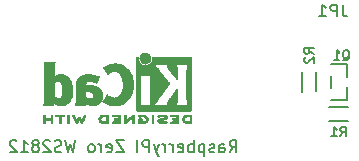
<source format=gbo>
G04 #@! TF.GenerationSoftware,KiCad,Pcbnew,5.0.0-fee4fd1~66~ubuntu16.04.1*
G04 #@! TF.CreationDate,2018-08-08T16:47:19+03:00*
G04 #@! TF.ProjectId,rpi_zero_ws2812,7270695F7A65726F5F7773323831322E,rev?*
G04 #@! TF.SameCoordinates,Original*
G04 #@! TF.FileFunction,Legend,Bot*
G04 #@! TF.FilePolarity,Positive*
%FSLAX46Y46*%
G04 Gerber Fmt 4.6, Leading zero omitted, Abs format (unit mm)*
G04 Created by KiCad (PCBNEW 5.0.0-fee4fd1~66~ubuntu16.04.1) date Wed Aug  8 16:47:19 2018*
%MOMM*%
%LPD*%
G01*
G04 APERTURE LIST*
%ADD10C,0.180000*%
%ADD11C,0.127000*%
%ADD12C,0.010000*%
%ADD13C,1.600000*%
%ADD14R,0.899160X1.000760*%
%ADD15R,1.000760X0.899160*%
%ADD16R,1.000760X0.599440*%
%ADD17C,3.200000*%
%ADD18O,1.700000X1.700000*%
%ADD19R,1.700000X1.700000*%
%ADD20R,0.900000X1.500000*%
%ADD21O,0.900000X1.500000*%
%ADD22R,2.999740X2.999740*%
%ADD23C,2.999740*%
%ADD24O,1.224000X1.524000*%
G04 APERTURE END LIST*
D10*
X151161880Y-100461800D02*
X151495213Y-99985610D01*
X151733308Y-100461800D02*
X151733308Y-99461800D01*
X151352356Y-99461800D01*
X151257118Y-99509420D01*
X151209499Y-99557039D01*
X151161880Y-99652277D01*
X151161880Y-99795134D01*
X151209499Y-99890372D01*
X151257118Y-99937991D01*
X151352356Y-99985610D01*
X151733308Y-99985610D01*
X150304737Y-100461800D02*
X150304737Y-99937991D01*
X150352356Y-99842753D01*
X150447594Y-99795134D01*
X150638070Y-99795134D01*
X150733308Y-99842753D01*
X150304737Y-100414181D02*
X150399975Y-100461800D01*
X150638070Y-100461800D01*
X150733308Y-100414181D01*
X150780927Y-100318943D01*
X150780927Y-100223705D01*
X150733308Y-100128467D01*
X150638070Y-100080848D01*
X150399975Y-100080848D01*
X150304737Y-100033229D01*
X149876165Y-100414181D02*
X149780927Y-100461800D01*
X149590451Y-100461800D01*
X149495213Y-100414181D01*
X149447594Y-100318943D01*
X149447594Y-100271324D01*
X149495213Y-100176086D01*
X149590451Y-100128467D01*
X149733308Y-100128467D01*
X149828546Y-100080848D01*
X149876165Y-99985610D01*
X149876165Y-99937991D01*
X149828546Y-99842753D01*
X149733308Y-99795134D01*
X149590451Y-99795134D01*
X149495213Y-99842753D01*
X149019022Y-99795134D02*
X149019022Y-100795134D01*
X149019022Y-99842753D02*
X148923784Y-99795134D01*
X148733308Y-99795134D01*
X148638070Y-99842753D01*
X148590451Y-99890372D01*
X148542832Y-99985610D01*
X148542832Y-100271324D01*
X148590451Y-100366562D01*
X148638070Y-100414181D01*
X148733308Y-100461800D01*
X148923784Y-100461800D01*
X149019022Y-100414181D01*
X148114260Y-100461800D02*
X148114260Y-99461800D01*
X148114260Y-99842753D02*
X148019022Y-99795134D01*
X147828546Y-99795134D01*
X147733308Y-99842753D01*
X147685689Y-99890372D01*
X147638070Y-99985610D01*
X147638070Y-100271324D01*
X147685689Y-100366562D01*
X147733308Y-100414181D01*
X147828546Y-100461800D01*
X148019022Y-100461800D01*
X148114260Y-100414181D01*
X146828546Y-100414181D02*
X146923784Y-100461800D01*
X147114260Y-100461800D01*
X147209499Y-100414181D01*
X147257118Y-100318943D01*
X147257118Y-99937991D01*
X147209499Y-99842753D01*
X147114260Y-99795134D01*
X146923784Y-99795134D01*
X146828546Y-99842753D01*
X146780927Y-99937991D01*
X146780927Y-100033229D01*
X147257118Y-100128467D01*
X146352356Y-100461800D02*
X146352356Y-99795134D01*
X146352356Y-99985610D02*
X146304737Y-99890372D01*
X146257118Y-99842753D01*
X146161880Y-99795134D01*
X146066641Y-99795134D01*
X145733308Y-100461800D02*
X145733308Y-99795134D01*
X145733308Y-99985610D02*
X145685689Y-99890372D01*
X145638070Y-99842753D01*
X145542832Y-99795134D01*
X145447594Y-99795134D01*
X145209499Y-99795134D02*
X144971403Y-100461800D01*
X144733308Y-99795134D02*
X144971403Y-100461800D01*
X145066641Y-100699896D01*
X145114260Y-100747515D01*
X145209499Y-100795134D01*
X144352356Y-100461800D02*
X144352356Y-99461800D01*
X143971403Y-99461800D01*
X143876165Y-99509420D01*
X143828546Y-99557039D01*
X143780927Y-99652277D01*
X143780927Y-99795134D01*
X143828546Y-99890372D01*
X143876165Y-99937991D01*
X143971403Y-99985610D01*
X144352356Y-99985610D01*
X143352356Y-100461800D02*
X143352356Y-99461800D01*
X142209499Y-99461800D02*
X141542832Y-99461800D01*
X142209499Y-100461800D01*
X141542832Y-100461800D01*
X140780927Y-100414181D02*
X140876165Y-100461800D01*
X141066641Y-100461800D01*
X141161880Y-100414181D01*
X141209499Y-100318943D01*
X141209499Y-99937991D01*
X141161880Y-99842753D01*
X141066641Y-99795134D01*
X140876165Y-99795134D01*
X140780927Y-99842753D01*
X140733308Y-99937991D01*
X140733308Y-100033229D01*
X141209499Y-100128467D01*
X140304737Y-100461800D02*
X140304737Y-99795134D01*
X140304737Y-99985610D02*
X140257118Y-99890372D01*
X140209499Y-99842753D01*
X140114260Y-99795134D01*
X140019022Y-99795134D01*
X139542832Y-100461800D02*
X139638070Y-100414181D01*
X139685689Y-100366562D01*
X139733308Y-100271324D01*
X139733308Y-99985610D01*
X139685689Y-99890372D01*
X139638070Y-99842753D01*
X139542832Y-99795134D01*
X139399975Y-99795134D01*
X139304737Y-99842753D01*
X139257118Y-99890372D01*
X139209499Y-99985610D01*
X139209499Y-100271324D01*
X139257118Y-100366562D01*
X139304737Y-100414181D01*
X139399975Y-100461800D01*
X139542832Y-100461800D01*
X138114260Y-99461800D02*
X137876165Y-100461800D01*
X137685689Y-99747515D01*
X137495213Y-100461800D01*
X137257118Y-99461800D01*
X136923784Y-100414181D02*
X136780927Y-100461800D01*
X136542832Y-100461800D01*
X136447594Y-100414181D01*
X136399975Y-100366562D01*
X136352356Y-100271324D01*
X136352356Y-100176086D01*
X136399975Y-100080848D01*
X136447594Y-100033229D01*
X136542832Y-99985610D01*
X136733308Y-99937991D01*
X136828546Y-99890372D01*
X136876165Y-99842753D01*
X136923784Y-99747515D01*
X136923784Y-99652277D01*
X136876165Y-99557039D01*
X136828546Y-99509420D01*
X136733308Y-99461800D01*
X136495213Y-99461800D01*
X136352356Y-99509420D01*
X135971403Y-99557039D02*
X135923784Y-99509420D01*
X135828546Y-99461800D01*
X135590451Y-99461800D01*
X135495213Y-99509420D01*
X135447594Y-99557039D01*
X135399975Y-99652277D01*
X135399975Y-99747515D01*
X135447594Y-99890372D01*
X136019022Y-100461800D01*
X135399975Y-100461800D01*
X134828546Y-99890372D02*
X134923784Y-99842753D01*
X134971403Y-99795134D01*
X135019022Y-99699896D01*
X135019022Y-99652277D01*
X134971403Y-99557039D01*
X134923784Y-99509420D01*
X134828546Y-99461800D01*
X134638070Y-99461800D01*
X134542832Y-99509420D01*
X134495213Y-99557039D01*
X134447594Y-99652277D01*
X134447594Y-99699896D01*
X134495213Y-99795134D01*
X134542832Y-99842753D01*
X134638070Y-99890372D01*
X134828546Y-99890372D01*
X134923784Y-99937991D01*
X134971403Y-99985610D01*
X135019022Y-100080848D01*
X135019022Y-100271324D01*
X134971403Y-100366562D01*
X134923784Y-100414181D01*
X134828546Y-100461800D01*
X134638070Y-100461800D01*
X134542832Y-100414181D01*
X134495213Y-100366562D01*
X134447594Y-100271324D01*
X134447594Y-100080848D01*
X134495213Y-99985610D01*
X134542832Y-99937991D01*
X134638070Y-99890372D01*
X133495213Y-100461800D02*
X134066641Y-100461800D01*
X133780927Y-100461800D02*
X133780927Y-99461800D01*
X133876165Y-99604658D01*
X133971403Y-99699896D01*
X134066641Y-99747515D01*
X133114260Y-99557039D02*
X133066641Y-99509420D01*
X132971403Y-99461800D01*
X132733308Y-99461800D01*
X132638070Y-99509420D01*
X132590451Y-99557039D01*
X132542832Y-99652277D01*
X132542832Y-99747515D01*
X132590451Y-99890372D01*
X133161880Y-100461800D01*
X132542832Y-100461800D01*
D11*
G04 #@! TO.C,R1*
X159597240Y-97859420D02*
X161222840Y-97859420D01*
X161222840Y-96659420D02*
X159597240Y-96659420D01*
G04 #@! TO.C,R2*
X158511880Y-95322220D02*
X158511880Y-93696620D01*
X157311880Y-93709420D02*
X157311880Y-95335020D01*
G04 #@! TO.C,Q1*
X161110380Y-96008020D02*
X161110380Y-94909419D01*
X161110380Y-93010820D02*
X159713380Y-93010820D01*
X159713380Y-96008020D02*
X161110380Y-96008020D01*
X161111880Y-94108021D02*
X161111880Y-93009420D01*
X159711880Y-95008021D02*
X159711880Y-94009420D01*
D12*
G04 #@! TO.C,REF\002A\002A\002A*
G36*
X147783251Y-97278486D02*
X147743769Y-97278887D01*
X147628080Y-97281679D01*
X147531191Y-97289970D01*
X147449799Y-97304652D01*
X147380603Y-97326613D01*
X147320300Y-97356742D01*
X147265588Y-97395930D01*
X147246047Y-97412952D01*
X147213630Y-97452783D01*
X147184400Y-97506833D01*
X147161871Y-97566743D01*
X147149559Y-97624159D01*
X147148280Y-97645376D01*
X147156297Y-97704189D01*
X147177779Y-97768433D01*
X147208879Y-97829241D01*
X147245746Y-97877750D01*
X147251734Y-97883602D01*
X147302459Y-97924741D01*
X147358005Y-97956855D01*
X147421576Y-97980785D01*
X147496374Y-97997373D01*
X147585602Y-98007461D01*
X147692462Y-98011889D01*
X147741408Y-98012265D01*
X147803642Y-98011965D01*
X147847408Y-98010712D01*
X147876811Y-98007974D01*
X147895959Y-98003221D01*
X147908957Y-97995921D01*
X147915925Y-97989687D01*
X147922506Y-97982114D01*
X147927668Y-97972344D01*
X147931583Y-97957760D01*
X147934423Y-97935746D01*
X147936360Y-97903684D01*
X147937564Y-97858956D01*
X147938208Y-97798946D01*
X147938463Y-97721037D01*
X147938502Y-97645376D01*
X147938750Y-97544461D01*
X147938697Y-97463847D01*
X147937737Y-97425242D01*
X147791747Y-97425242D01*
X147791747Y-97865509D01*
X147698614Y-97865424D01*
X147642573Y-97863816D01*
X147583879Y-97859676D01*
X147534908Y-97853884D01*
X147533418Y-97853646D01*
X147454272Y-97834510D01*
X147392882Y-97804707D01*
X147346185Y-97762298D01*
X147316515Y-97716381D01*
X147298233Y-97665446D01*
X147299651Y-97617620D01*
X147320868Y-97566353D01*
X147362369Y-97513319D01*
X147419878Y-97474020D01*
X147494630Y-97447751D01*
X147544588Y-97438455D01*
X147601296Y-97431927D01*
X147661399Y-97427202D01*
X147712519Y-97425237D01*
X147715547Y-97425228D01*
X147791747Y-97425242D01*
X147937737Y-97425242D01*
X147937140Y-97401271D01*
X147932878Y-97354475D01*
X147924710Y-97321198D01*
X147911436Y-97299179D01*
X147891854Y-97286159D01*
X147864763Y-97279877D01*
X147828962Y-97278073D01*
X147783251Y-97278486D01*
X147783251Y-97278486D01*
G37*
X147783251Y-97278486D02*
X147743769Y-97278887D01*
X147628080Y-97281679D01*
X147531191Y-97289970D01*
X147449799Y-97304652D01*
X147380603Y-97326613D01*
X147320300Y-97356742D01*
X147265588Y-97395930D01*
X147246047Y-97412952D01*
X147213630Y-97452783D01*
X147184400Y-97506833D01*
X147161871Y-97566743D01*
X147149559Y-97624159D01*
X147148280Y-97645376D01*
X147156297Y-97704189D01*
X147177779Y-97768433D01*
X147208879Y-97829241D01*
X147245746Y-97877750D01*
X147251734Y-97883602D01*
X147302459Y-97924741D01*
X147358005Y-97956855D01*
X147421576Y-97980785D01*
X147496374Y-97997373D01*
X147585602Y-98007461D01*
X147692462Y-98011889D01*
X147741408Y-98012265D01*
X147803642Y-98011965D01*
X147847408Y-98010712D01*
X147876811Y-98007974D01*
X147895959Y-98003221D01*
X147908957Y-97995921D01*
X147915925Y-97989687D01*
X147922506Y-97982114D01*
X147927668Y-97972344D01*
X147931583Y-97957760D01*
X147934423Y-97935746D01*
X147936360Y-97903684D01*
X147937564Y-97858956D01*
X147938208Y-97798946D01*
X147938463Y-97721037D01*
X147938502Y-97645376D01*
X147938750Y-97544461D01*
X147938697Y-97463847D01*
X147937737Y-97425242D01*
X147791747Y-97425242D01*
X147791747Y-97865509D01*
X147698614Y-97865424D01*
X147642573Y-97863816D01*
X147583879Y-97859676D01*
X147534908Y-97853884D01*
X147533418Y-97853646D01*
X147454272Y-97834510D01*
X147392882Y-97804707D01*
X147346185Y-97762298D01*
X147316515Y-97716381D01*
X147298233Y-97665446D01*
X147299651Y-97617620D01*
X147320868Y-97566353D01*
X147362369Y-97513319D01*
X147419878Y-97474020D01*
X147494630Y-97447751D01*
X147544588Y-97438455D01*
X147601296Y-97431927D01*
X147661399Y-97427202D01*
X147712519Y-97425237D01*
X147715547Y-97425228D01*
X147791747Y-97425242D01*
X147937737Y-97425242D01*
X147937140Y-97401271D01*
X147932878Y-97354475D01*
X147924710Y-97321198D01*
X147911436Y-97299179D01*
X147891854Y-97286159D01*
X147864763Y-97279877D01*
X147828962Y-97278073D01*
X147783251Y-97278486D01*
G36*
X146374674Y-97278566D02*
X146305266Y-97278938D01*
X146252877Y-97279805D01*
X146214727Y-97281366D01*
X146188039Y-97283823D01*
X146170033Y-97287377D01*
X146157929Y-97292230D01*
X146148949Y-97298581D01*
X146145698Y-97301504D01*
X146125923Y-97332562D01*
X146122362Y-97368248D01*
X146135371Y-97399930D01*
X146141386Y-97406333D01*
X146151115Y-97412541D01*
X146166781Y-97417330D01*
X146191288Y-97420934D01*
X146227541Y-97423584D01*
X146278445Y-97425515D01*
X146346906Y-97426959D01*
X146409497Y-97427838D01*
X146657214Y-97430887D01*
X146660599Y-97495798D01*
X146663985Y-97560709D01*
X146495838Y-97560709D01*
X146422839Y-97561339D01*
X146369397Y-97563973D01*
X146332508Y-97569729D01*
X146309168Y-97579724D01*
X146296374Y-97595076D01*
X146291122Y-97616902D01*
X146290325Y-97637158D01*
X146292803Y-97662012D01*
X146302157Y-97680326D01*
X146321263Y-97693057D01*
X146352998Y-97701161D01*
X146400239Y-97705596D01*
X146465863Y-97707319D01*
X146501681Y-97707465D01*
X146662858Y-97707465D01*
X146662858Y-97865509D01*
X146414502Y-97865509D01*
X146333093Y-97865622D01*
X146271222Y-97866132D01*
X146225848Y-97867290D01*
X146193934Y-97869350D01*
X146172439Y-97872566D01*
X146158323Y-97877192D01*
X146148548Y-97883479D01*
X146143569Y-97888087D01*
X146126490Y-97914980D01*
X146120991Y-97938887D01*
X146128843Y-97968087D01*
X146143569Y-97989687D01*
X146151426Y-97996486D01*
X146161568Y-98001766D01*
X146176724Y-98005718D01*
X146199621Y-98008533D01*
X146232989Y-98010402D01*
X146279555Y-98011518D01*
X146342047Y-98012071D01*
X146423194Y-98012253D01*
X146465302Y-98012265D01*
X146555478Y-98012185D01*
X146625804Y-98011818D01*
X146679009Y-98010972D01*
X146717820Y-98009456D01*
X146744967Y-98007079D01*
X146763178Y-98003649D01*
X146775180Y-97998974D01*
X146783702Y-97992864D01*
X146787036Y-97989687D01*
X146793635Y-97982090D01*
X146798807Y-97972290D01*
X146802726Y-97957659D01*
X146805564Y-97935572D01*
X146807495Y-97903402D01*
X146808692Y-97858523D01*
X146809328Y-97798309D01*
X146809577Y-97720133D01*
X146809614Y-97647343D01*
X146809580Y-97554127D01*
X146809345Y-97480851D01*
X146808710Y-97424878D01*
X146807474Y-97383571D01*
X146805436Y-97354292D01*
X146802397Y-97334404D01*
X146798157Y-97321270D01*
X146792515Y-97312252D01*
X146785271Y-97304713D01*
X146783486Y-97303032D01*
X146774825Y-97295592D01*
X146764762Y-97289829D01*
X146750505Y-97285532D01*
X146729263Y-97282484D01*
X146698244Y-97280471D01*
X146654657Y-97279280D01*
X146595711Y-97278695D01*
X146518614Y-97278503D01*
X146463881Y-97278487D01*
X146374674Y-97278566D01*
X146374674Y-97278566D01*
G37*
X146374674Y-97278566D02*
X146305266Y-97278938D01*
X146252877Y-97279805D01*
X146214727Y-97281366D01*
X146188039Y-97283823D01*
X146170033Y-97287377D01*
X146157929Y-97292230D01*
X146148949Y-97298581D01*
X146145698Y-97301504D01*
X146125923Y-97332562D01*
X146122362Y-97368248D01*
X146135371Y-97399930D01*
X146141386Y-97406333D01*
X146151115Y-97412541D01*
X146166781Y-97417330D01*
X146191288Y-97420934D01*
X146227541Y-97423584D01*
X146278445Y-97425515D01*
X146346906Y-97426959D01*
X146409497Y-97427838D01*
X146657214Y-97430887D01*
X146660599Y-97495798D01*
X146663985Y-97560709D01*
X146495838Y-97560709D01*
X146422839Y-97561339D01*
X146369397Y-97563973D01*
X146332508Y-97569729D01*
X146309168Y-97579724D01*
X146296374Y-97595076D01*
X146291122Y-97616902D01*
X146290325Y-97637158D01*
X146292803Y-97662012D01*
X146302157Y-97680326D01*
X146321263Y-97693057D01*
X146352998Y-97701161D01*
X146400239Y-97705596D01*
X146465863Y-97707319D01*
X146501681Y-97707465D01*
X146662858Y-97707465D01*
X146662858Y-97865509D01*
X146414502Y-97865509D01*
X146333093Y-97865622D01*
X146271222Y-97866132D01*
X146225848Y-97867290D01*
X146193934Y-97869350D01*
X146172439Y-97872566D01*
X146158323Y-97877192D01*
X146148548Y-97883479D01*
X146143569Y-97888087D01*
X146126490Y-97914980D01*
X146120991Y-97938887D01*
X146128843Y-97968087D01*
X146143569Y-97989687D01*
X146151426Y-97996486D01*
X146161568Y-98001766D01*
X146176724Y-98005718D01*
X146199621Y-98008533D01*
X146232989Y-98010402D01*
X146279555Y-98011518D01*
X146342047Y-98012071D01*
X146423194Y-98012253D01*
X146465302Y-98012265D01*
X146555478Y-98012185D01*
X146625804Y-98011818D01*
X146679009Y-98010972D01*
X146717820Y-98009456D01*
X146744967Y-98007079D01*
X146763178Y-98003649D01*
X146775180Y-97998974D01*
X146783702Y-97992864D01*
X146787036Y-97989687D01*
X146793635Y-97982090D01*
X146798807Y-97972290D01*
X146802726Y-97957659D01*
X146805564Y-97935572D01*
X146807495Y-97903402D01*
X146808692Y-97858523D01*
X146809328Y-97798309D01*
X146809577Y-97720133D01*
X146809614Y-97647343D01*
X146809580Y-97554127D01*
X146809345Y-97480851D01*
X146808710Y-97424878D01*
X146807474Y-97383571D01*
X146805436Y-97354292D01*
X146802397Y-97334404D01*
X146798157Y-97321270D01*
X146792515Y-97312252D01*
X146785271Y-97304713D01*
X146783486Y-97303032D01*
X146774825Y-97295592D01*
X146764762Y-97289829D01*
X146750505Y-97285532D01*
X146729263Y-97282484D01*
X146698244Y-97280471D01*
X146654657Y-97279280D01*
X146595711Y-97278695D01*
X146518614Y-97278503D01*
X146463881Y-97278487D01*
X146374674Y-97278566D01*
G36*
X145353583Y-97279771D02*
X145278768Y-97285001D01*
X145209186Y-97293170D01*
X145148882Y-97303970D01*
X145101900Y-97317093D01*
X145072286Y-97332233D01*
X145067740Y-97336689D01*
X145051934Y-97371270D01*
X145056727Y-97406771D01*
X145081244Y-97437145D01*
X145082414Y-97438016D01*
X145096834Y-97447374D01*
X145111888Y-97452296D01*
X145132885Y-97452893D01*
X145165137Y-97449281D01*
X145213953Y-97441574D01*
X145217880Y-97440925D01*
X145290619Y-97431989D01*
X145369097Y-97427581D01*
X145447807Y-97427539D01*
X145521241Y-97431699D01*
X145583891Y-97439899D01*
X145630250Y-97451977D01*
X145633296Y-97453191D01*
X145666928Y-97472035D01*
X145678744Y-97491105D01*
X145669494Y-97509859D01*
X145639927Y-97527757D01*
X145590791Y-97544257D01*
X145522837Y-97558816D01*
X145477525Y-97565826D01*
X145383336Y-97579309D01*
X145308424Y-97591634D01*
X145249597Y-97603869D01*
X145203665Y-97617081D01*
X145167435Y-97632337D01*
X145137718Y-97650705D01*
X145111322Y-97673251D01*
X145090110Y-97695391D01*
X145064945Y-97726239D01*
X145052561Y-97752765D01*
X145048688Y-97785446D01*
X145048547Y-97797415D01*
X145051456Y-97837132D01*
X145063082Y-97866679D01*
X145083203Y-97892906D01*
X145124096Y-97932996D01*
X145169697Y-97963569D01*
X145223393Y-97985623D01*
X145288572Y-98000155D01*
X145368624Y-98008161D01*
X145466937Y-98010638D01*
X145483169Y-98010597D01*
X145548729Y-98009238D01*
X145613746Y-98006150D01*
X145671132Y-98001776D01*
X145713802Y-97996560D01*
X145717252Y-97995961D01*
X145759676Y-97985911D01*
X145795660Y-97973216D01*
X145816030Y-97961610D01*
X145834987Y-97930992D01*
X145836307Y-97895338D01*
X145819965Y-97863564D01*
X145816309Y-97859971D01*
X145801195Y-97849296D01*
X145782295Y-97844696D01*
X145753042Y-97845479D01*
X145717531Y-97849547D01*
X145677850Y-97853182D01*
X145622225Y-97856248D01*
X145557286Y-97858473D01*
X145489665Y-97859584D01*
X145471880Y-97859657D01*
X145404008Y-97859384D01*
X145354334Y-97858066D01*
X145318490Y-97855247D01*
X145292104Y-97850470D01*
X145270806Y-97843277D01*
X145258006Y-97837287D01*
X145229880Y-97820653D01*
X145211948Y-97805588D01*
X145209327Y-97801317D01*
X145214856Y-97783683D01*
X145241140Y-97766612D01*
X145286358Y-97750878D01*
X145348688Y-97737258D01*
X145367051Y-97734224D01*
X145462970Y-97719158D01*
X145539521Y-97706566D01*
X145599660Y-97695531D01*
X145646340Y-97685140D01*
X145682517Y-97674476D01*
X145711145Y-97662625D01*
X145735178Y-97648671D01*
X145757572Y-97631701D01*
X145781282Y-97610798D01*
X145789260Y-97603469D01*
X145817233Y-97576119D01*
X145832040Y-97554449D01*
X145837832Y-97529652D01*
X145838769Y-97498403D01*
X145828455Y-97437125D01*
X145797632Y-97385060D01*
X145746475Y-97342378D01*
X145675163Y-97309245D01*
X145624280Y-97294384D01*
X145568980Y-97284786D01*
X145502733Y-97279356D01*
X145429586Y-97277787D01*
X145353583Y-97279771D01*
X145353583Y-97279771D01*
G37*
X145353583Y-97279771D02*
X145278768Y-97285001D01*
X145209186Y-97293170D01*
X145148882Y-97303970D01*
X145101900Y-97317093D01*
X145072286Y-97332233D01*
X145067740Y-97336689D01*
X145051934Y-97371270D01*
X145056727Y-97406771D01*
X145081244Y-97437145D01*
X145082414Y-97438016D01*
X145096834Y-97447374D01*
X145111888Y-97452296D01*
X145132885Y-97452893D01*
X145165137Y-97449281D01*
X145213953Y-97441574D01*
X145217880Y-97440925D01*
X145290619Y-97431989D01*
X145369097Y-97427581D01*
X145447807Y-97427539D01*
X145521241Y-97431699D01*
X145583891Y-97439899D01*
X145630250Y-97451977D01*
X145633296Y-97453191D01*
X145666928Y-97472035D01*
X145678744Y-97491105D01*
X145669494Y-97509859D01*
X145639927Y-97527757D01*
X145590791Y-97544257D01*
X145522837Y-97558816D01*
X145477525Y-97565826D01*
X145383336Y-97579309D01*
X145308424Y-97591634D01*
X145249597Y-97603869D01*
X145203665Y-97617081D01*
X145167435Y-97632337D01*
X145137718Y-97650705D01*
X145111322Y-97673251D01*
X145090110Y-97695391D01*
X145064945Y-97726239D01*
X145052561Y-97752765D01*
X145048688Y-97785446D01*
X145048547Y-97797415D01*
X145051456Y-97837132D01*
X145063082Y-97866679D01*
X145083203Y-97892906D01*
X145124096Y-97932996D01*
X145169697Y-97963569D01*
X145223393Y-97985623D01*
X145288572Y-98000155D01*
X145368624Y-98008161D01*
X145466937Y-98010638D01*
X145483169Y-98010597D01*
X145548729Y-98009238D01*
X145613746Y-98006150D01*
X145671132Y-98001776D01*
X145713802Y-97996560D01*
X145717252Y-97995961D01*
X145759676Y-97985911D01*
X145795660Y-97973216D01*
X145816030Y-97961610D01*
X145834987Y-97930992D01*
X145836307Y-97895338D01*
X145819965Y-97863564D01*
X145816309Y-97859971D01*
X145801195Y-97849296D01*
X145782295Y-97844696D01*
X145753042Y-97845479D01*
X145717531Y-97849547D01*
X145677850Y-97853182D01*
X145622225Y-97856248D01*
X145557286Y-97858473D01*
X145489665Y-97859584D01*
X145471880Y-97859657D01*
X145404008Y-97859384D01*
X145354334Y-97858066D01*
X145318490Y-97855247D01*
X145292104Y-97850470D01*
X145270806Y-97843277D01*
X145258006Y-97837287D01*
X145229880Y-97820653D01*
X145211948Y-97805588D01*
X145209327Y-97801317D01*
X145214856Y-97783683D01*
X145241140Y-97766612D01*
X145286358Y-97750878D01*
X145348688Y-97737258D01*
X145367051Y-97734224D01*
X145462970Y-97719158D01*
X145539521Y-97706566D01*
X145599660Y-97695531D01*
X145646340Y-97685140D01*
X145682517Y-97674476D01*
X145711145Y-97662625D01*
X145735178Y-97648671D01*
X145757572Y-97631701D01*
X145781282Y-97610798D01*
X145789260Y-97603469D01*
X145817233Y-97576119D01*
X145832040Y-97554449D01*
X145837832Y-97529652D01*
X145838769Y-97498403D01*
X145828455Y-97437125D01*
X145797632Y-97385060D01*
X145746475Y-97342378D01*
X145675163Y-97309245D01*
X145624280Y-97294384D01*
X145568980Y-97284786D01*
X145502733Y-97279356D01*
X145429586Y-97277787D01*
X145353583Y-97279771D01*
G36*
X144585702Y-97301065D02*
X144579122Y-97308638D01*
X144573959Y-97318407D01*
X144570044Y-97332991D01*
X144567204Y-97355005D01*
X144565267Y-97387068D01*
X144564063Y-97431795D01*
X144563419Y-97491805D01*
X144563164Y-97569714D01*
X144563125Y-97645376D01*
X144563194Y-97739222D01*
X144563518Y-97813109D01*
X144564266Y-97869652D01*
X144565612Y-97911469D01*
X144567726Y-97941177D01*
X144570780Y-97961393D01*
X144574946Y-97974734D01*
X144580396Y-97983818D01*
X144585702Y-97989687D01*
X144618706Y-98009367D01*
X144653871Y-98007601D01*
X144685335Y-97986137D01*
X144692564Y-97977757D01*
X144698214Y-97968034D01*
X144702479Y-97954281D01*
X144705553Y-97933809D01*
X144707632Y-97903932D01*
X144708910Y-97861961D01*
X144709581Y-97805209D01*
X144709839Y-97730987D01*
X144709880Y-97646957D01*
X144709880Y-97333905D01*
X144682171Y-97306196D01*
X144648017Y-97282883D01*
X144614886Y-97282043D01*
X144585702Y-97301065D01*
X144585702Y-97301065D01*
G37*
X144585702Y-97301065D02*
X144579122Y-97308638D01*
X144573959Y-97318407D01*
X144570044Y-97332991D01*
X144567204Y-97355005D01*
X144565267Y-97387068D01*
X144564063Y-97431795D01*
X144563419Y-97491805D01*
X144563164Y-97569714D01*
X144563125Y-97645376D01*
X144563194Y-97739222D01*
X144563518Y-97813109D01*
X144564266Y-97869652D01*
X144565612Y-97911469D01*
X144567726Y-97941177D01*
X144570780Y-97961393D01*
X144574946Y-97974734D01*
X144580396Y-97983818D01*
X144585702Y-97989687D01*
X144618706Y-98009367D01*
X144653871Y-98007601D01*
X144685335Y-97986137D01*
X144692564Y-97977757D01*
X144698214Y-97968034D01*
X144702479Y-97954281D01*
X144705553Y-97933809D01*
X144707632Y-97903932D01*
X144708910Y-97861961D01*
X144709581Y-97805209D01*
X144709839Y-97730987D01*
X144709880Y-97646957D01*
X144709880Y-97333905D01*
X144682171Y-97306196D01*
X144648017Y-97282883D01*
X144614886Y-97282043D01*
X144585702Y-97301065D01*
G36*
X143611961Y-97284019D02*
X143543445Y-97295515D01*
X143490823Y-97313387D01*
X143456588Y-97336919D01*
X143447259Y-97350344D01*
X143437773Y-97381568D01*
X143444157Y-97409815D01*
X143464310Y-97436602D01*
X143495625Y-97449133D01*
X143541063Y-97448116D01*
X143576206Y-97441326D01*
X143654299Y-97428391D01*
X143734106Y-97427162D01*
X143823435Y-97437661D01*
X143848109Y-97442110D01*
X143931171Y-97465528D01*
X143996153Y-97500365D01*
X144042341Y-97546024D01*
X144069025Y-97601914D01*
X144074543Y-97630808D01*
X144070931Y-97689432D01*
X144047609Y-97741299D01*
X144006704Y-97785398D01*
X143950339Y-97820719D01*
X143880640Y-97846249D01*
X143799732Y-97860979D01*
X143709740Y-97863898D01*
X143612790Y-97853995D01*
X143607316Y-97853061D01*
X143568755Y-97845879D01*
X143547374Y-97838941D01*
X143538107Y-97828647D01*
X143535886Y-97811396D01*
X143535836Y-97802261D01*
X143535836Y-97763909D01*
X143604311Y-97763909D01*
X143664780Y-97759767D01*
X143706045Y-97746567D01*
X143730055Y-97723150D01*
X143738757Y-97688356D01*
X143738863Y-97683814D01*
X143733772Y-97654074D01*
X143716313Y-97632839D01*
X143683819Y-97618786D01*
X143633623Y-97610593D01*
X143585003Y-97607581D01*
X143514336Y-97605853D01*
X143463078Y-97608490D01*
X143428119Y-97618220D01*
X143406350Y-97637773D01*
X143394660Y-97669876D01*
X143389940Y-97717258D01*
X143389080Y-97779491D01*
X143390489Y-97848955D01*
X143394728Y-97896206D01*
X143401816Y-97921432D01*
X143403191Y-97923408D01*
X143442108Y-97954928D01*
X143499166Y-97979890D01*
X143570749Y-97997760D01*
X143653238Y-98008006D01*
X143743019Y-98010093D01*
X143836472Y-98003488D01*
X143891436Y-97995376D01*
X143977646Y-97970974D01*
X144057772Y-97931082D01*
X144124857Y-97879307D01*
X144135053Y-97868959D01*
X144168182Y-97825455D01*
X144198074Y-97771538D01*
X144221237Y-97715012D01*
X144234178Y-97663679D01*
X144235738Y-97643964D01*
X144229098Y-97602839D01*
X144211448Y-97551672D01*
X144186177Y-97497814D01*
X144156669Y-97448615D01*
X144130599Y-97415754D01*
X144069645Y-97366872D01*
X143990849Y-97327965D01*
X143897037Y-97299914D01*
X143791030Y-97283599D01*
X143693880Y-97279612D01*
X143611961Y-97284019D01*
X143611961Y-97284019D01*
G37*
X143611961Y-97284019D02*
X143543445Y-97295515D01*
X143490823Y-97313387D01*
X143456588Y-97336919D01*
X143447259Y-97350344D01*
X143437773Y-97381568D01*
X143444157Y-97409815D01*
X143464310Y-97436602D01*
X143495625Y-97449133D01*
X143541063Y-97448116D01*
X143576206Y-97441326D01*
X143654299Y-97428391D01*
X143734106Y-97427162D01*
X143823435Y-97437661D01*
X143848109Y-97442110D01*
X143931171Y-97465528D01*
X143996153Y-97500365D01*
X144042341Y-97546024D01*
X144069025Y-97601914D01*
X144074543Y-97630808D01*
X144070931Y-97689432D01*
X144047609Y-97741299D01*
X144006704Y-97785398D01*
X143950339Y-97820719D01*
X143880640Y-97846249D01*
X143799732Y-97860979D01*
X143709740Y-97863898D01*
X143612790Y-97853995D01*
X143607316Y-97853061D01*
X143568755Y-97845879D01*
X143547374Y-97838941D01*
X143538107Y-97828647D01*
X143535886Y-97811396D01*
X143535836Y-97802261D01*
X143535836Y-97763909D01*
X143604311Y-97763909D01*
X143664780Y-97759767D01*
X143706045Y-97746567D01*
X143730055Y-97723150D01*
X143738757Y-97688356D01*
X143738863Y-97683814D01*
X143733772Y-97654074D01*
X143716313Y-97632839D01*
X143683819Y-97618786D01*
X143633623Y-97610593D01*
X143585003Y-97607581D01*
X143514336Y-97605853D01*
X143463078Y-97608490D01*
X143428119Y-97618220D01*
X143406350Y-97637773D01*
X143394660Y-97669876D01*
X143389940Y-97717258D01*
X143389080Y-97779491D01*
X143390489Y-97848955D01*
X143394728Y-97896206D01*
X143401816Y-97921432D01*
X143403191Y-97923408D01*
X143442108Y-97954928D01*
X143499166Y-97979890D01*
X143570749Y-97997760D01*
X143653238Y-98008006D01*
X143743019Y-98010093D01*
X143836472Y-98003488D01*
X143891436Y-97995376D01*
X143977646Y-97970974D01*
X144057772Y-97931082D01*
X144124857Y-97879307D01*
X144135053Y-97868959D01*
X144168182Y-97825455D01*
X144198074Y-97771538D01*
X144221237Y-97715012D01*
X144234178Y-97663679D01*
X144235738Y-97643964D01*
X144229098Y-97602839D01*
X144211448Y-97551672D01*
X144186177Y-97497814D01*
X144156669Y-97448615D01*
X144130599Y-97415754D01*
X144069645Y-97366872D01*
X143990849Y-97327965D01*
X143897037Y-97299914D01*
X143791030Y-97283599D01*
X143693880Y-97279612D01*
X143611961Y-97284019D01*
G36*
X142961994Y-97282868D02*
X142938428Y-97296693D01*
X142907615Y-97319301D01*
X142867958Y-97351758D01*
X142817860Y-97395128D01*
X142755723Y-97450478D01*
X142679952Y-97518871D01*
X142593214Y-97597504D01*
X142412591Y-97761298D01*
X142406947Y-97541449D01*
X142404909Y-97465771D01*
X142402943Y-97409414D01*
X142400614Y-97369126D01*
X142397486Y-97341655D01*
X142393125Y-97323749D01*
X142387096Y-97312157D01*
X142378964Y-97303628D01*
X142374652Y-97300043D01*
X142340121Y-97281090D01*
X142307263Y-97283861D01*
X142281198Y-97300053D01*
X142254547Y-97321619D01*
X142251232Y-97636571D01*
X142250315Y-97729199D01*
X142249848Y-97801964D01*
X142249993Y-97857581D01*
X142250912Y-97898762D01*
X142252767Y-97928223D01*
X142255719Y-97948675D01*
X142259930Y-97962833D01*
X142265562Y-97973411D01*
X142271807Y-97981894D01*
X142285319Y-97997627D01*
X142298763Y-98008056D01*
X142314004Y-98012059D01*
X142332906Y-98008514D01*
X142357335Y-97996299D01*
X142389153Y-97974291D01*
X142430228Y-97941369D01*
X142482422Y-97896411D01*
X142547602Y-97838295D01*
X142621436Y-97771519D01*
X142886725Y-97530878D01*
X142892369Y-97750009D01*
X142894411Y-97825548D01*
X142896382Y-97881774D01*
X142898719Y-97921944D01*
X142901861Y-97949316D01*
X142906244Y-97967148D01*
X142912304Y-97978699D01*
X142920480Y-97987227D01*
X142924664Y-97990702D01*
X142961645Y-98009792D01*
X142996588Y-98006913D01*
X143027016Y-97982520D01*
X143033977Y-97972706D01*
X143039403Y-97961246D01*
X143043483Y-97945388D01*
X143046409Y-97922383D01*
X143048372Y-97889482D01*
X143049563Y-97843936D01*
X143050172Y-97782993D01*
X143050391Y-97703906D01*
X143050414Y-97645376D01*
X143050340Y-97553827D01*
X143049993Y-97482107D01*
X143049181Y-97427465D01*
X143047713Y-97387152D01*
X143045399Y-97358418D01*
X143042047Y-97338513D01*
X143037468Y-97324688D01*
X143031469Y-97314192D01*
X143027016Y-97308231D01*
X143015730Y-97294111D01*
X143005181Y-97283449D01*
X142993773Y-97277312D01*
X142979910Y-97276763D01*
X142961994Y-97282868D01*
X142961994Y-97282868D01*
G37*
X142961994Y-97282868D02*
X142938428Y-97296693D01*
X142907615Y-97319301D01*
X142867958Y-97351758D01*
X142817860Y-97395128D01*
X142755723Y-97450478D01*
X142679952Y-97518871D01*
X142593214Y-97597504D01*
X142412591Y-97761298D01*
X142406947Y-97541449D01*
X142404909Y-97465771D01*
X142402943Y-97409414D01*
X142400614Y-97369126D01*
X142397486Y-97341655D01*
X142393125Y-97323749D01*
X142387096Y-97312157D01*
X142378964Y-97303628D01*
X142374652Y-97300043D01*
X142340121Y-97281090D01*
X142307263Y-97283861D01*
X142281198Y-97300053D01*
X142254547Y-97321619D01*
X142251232Y-97636571D01*
X142250315Y-97729199D01*
X142249848Y-97801964D01*
X142249993Y-97857581D01*
X142250912Y-97898762D01*
X142252767Y-97928223D01*
X142255719Y-97948675D01*
X142259930Y-97962833D01*
X142265562Y-97973411D01*
X142271807Y-97981894D01*
X142285319Y-97997627D01*
X142298763Y-98008056D01*
X142314004Y-98012059D01*
X142332906Y-98008514D01*
X142357335Y-97996299D01*
X142389153Y-97974291D01*
X142430228Y-97941369D01*
X142482422Y-97896411D01*
X142547602Y-97838295D01*
X142621436Y-97771519D01*
X142886725Y-97530878D01*
X142892369Y-97750009D01*
X142894411Y-97825548D01*
X142896382Y-97881774D01*
X142898719Y-97921944D01*
X142901861Y-97949316D01*
X142906244Y-97967148D01*
X142912304Y-97978699D01*
X142920480Y-97987227D01*
X142924664Y-97990702D01*
X142961645Y-98009792D01*
X142996588Y-98006913D01*
X143027016Y-97982520D01*
X143033977Y-97972706D01*
X143039403Y-97961246D01*
X143043483Y-97945388D01*
X143046409Y-97922383D01*
X143048372Y-97889482D01*
X143049563Y-97843936D01*
X143050172Y-97782993D01*
X143050391Y-97703906D01*
X143050414Y-97645376D01*
X143050340Y-97553827D01*
X143049993Y-97482107D01*
X143049181Y-97427465D01*
X143047713Y-97387152D01*
X143045399Y-97358418D01*
X143042047Y-97338513D01*
X143037468Y-97324688D01*
X143031469Y-97314192D01*
X143027016Y-97308231D01*
X143015730Y-97294111D01*
X143005181Y-97283449D01*
X142993773Y-97277312D01*
X142979910Y-97276763D01*
X142961994Y-97282868D01*
G36*
X141431537Y-97278680D02*
X141355179Y-97279594D01*
X141296663Y-97281731D01*
X141253625Y-97285595D01*
X141223697Y-97291687D01*
X141204512Y-97300510D01*
X141193704Y-97312566D01*
X141188907Y-97328359D01*
X141187753Y-97348390D01*
X141187747Y-97350755D01*
X141188749Y-97373412D01*
X141193484Y-97390923D01*
X141204547Y-97403994D01*
X141224532Y-97413333D01*
X141256034Y-97419647D01*
X141301648Y-97423642D01*
X141363967Y-97426026D01*
X141445587Y-97427506D01*
X141470603Y-97427834D01*
X141712680Y-97430887D01*
X141716066Y-97495798D01*
X141719451Y-97560709D01*
X141551304Y-97560709D01*
X141485614Y-97560951D01*
X141438708Y-97561976D01*
X141406797Y-97564231D01*
X141386089Y-97568162D01*
X141372796Y-97574218D01*
X141363125Y-97582844D01*
X141363063Y-97582913D01*
X141345524Y-97616532D01*
X141346158Y-97652868D01*
X141364566Y-97683843D01*
X141368209Y-97687027D01*
X141381139Y-97695232D01*
X141398856Y-97700941D01*
X141425310Y-97704582D01*
X141464448Y-97706587D01*
X141520218Y-97707384D01*
X141555886Y-97707465D01*
X141718325Y-97707465D01*
X141718325Y-97865509D01*
X141471719Y-97865509D01*
X141390300Y-97865651D01*
X141328470Y-97866234D01*
X141283243Y-97867488D01*
X141251632Y-97869647D01*
X141230649Y-97872943D01*
X141217307Y-97877609D01*
X141208619Y-97883877D01*
X141206430Y-97886153D01*
X141190266Y-97917700D01*
X141189083Y-97953588D01*
X141202344Y-97984705D01*
X141212837Y-97994691D01*
X141223751Y-98000189D01*
X141240663Y-98004442D01*
X141266247Y-98007600D01*
X141303179Y-98009812D01*
X141354134Y-98011226D01*
X141421786Y-98011992D01*
X141508811Y-98012258D01*
X141528486Y-98012265D01*
X141616969Y-98012207D01*
X141685653Y-98011887D01*
X141737316Y-98011087D01*
X141774735Y-98009587D01*
X141800690Y-98007169D01*
X141817958Y-98003614D01*
X141829318Y-97998702D01*
X141837548Y-97992215D01*
X141842063Y-97987558D01*
X141848859Y-97979309D01*
X141854168Y-97969089D01*
X141858174Y-97954220D01*
X141861059Y-97932022D01*
X141863006Y-97899813D01*
X141864199Y-97854916D01*
X141864819Y-97794648D01*
X141865051Y-97716331D01*
X141865080Y-97650414D01*
X141865009Y-97558048D01*
X141864672Y-97485537D01*
X141863882Y-97430157D01*
X141862454Y-97389185D01*
X141860201Y-97359898D01*
X141856937Y-97339573D01*
X141852476Y-97325486D01*
X141846632Y-97314915D01*
X141841683Y-97308231D01*
X141818286Y-97278487D01*
X141528106Y-97278487D01*
X141431537Y-97278680D01*
X141431537Y-97278680D01*
G37*
X141431537Y-97278680D02*
X141355179Y-97279594D01*
X141296663Y-97281731D01*
X141253625Y-97285595D01*
X141223697Y-97291687D01*
X141204512Y-97300510D01*
X141193704Y-97312566D01*
X141188907Y-97328359D01*
X141187753Y-97348390D01*
X141187747Y-97350755D01*
X141188749Y-97373412D01*
X141193484Y-97390923D01*
X141204547Y-97403994D01*
X141224532Y-97413333D01*
X141256034Y-97419647D01*
X141301648Y-97423642D01*
X141363967Y-97426026D01*
X141445587Y-97427506D01*
X141470603Y-97427834D01*
X141712680Y-97430887D01*
X141716066Y-97495798D01*
X141719451Y-97560709D01*
X141551304Y-97560709D01*
X141485614Y-97560951D01*
X141438708Y-97561976D01*
X141406797Y-97564231D01*
X141386089Y-97568162D01*
X141372796Y-97574218D01*
X141363125Y-97582844D01*
X141363063Y-97582913D01*
X141345524Y-97616532D01*
X141346158Y-97652868D01*
X141364566Y-97683843D01*
X141368209Y-97687027D01*
X141381139Y-97695232D01*
X141398856Y-97700941D01*
X141425310Y-97704582D01*
X141464448Y-97706587D01*
X141520218Y-97707384D01*
X141555886Y-97707465D01*
X141718325Y-97707465D01*
X141718325Y-97865509D01*
X141471719Y-97865509D01*
X141390300Y-97865651D01*
X141328470Y-97866234D01*
X141283243Y-97867488D01*
X141251632Y-97869647D01*
X141230649Y-97872943D01*
X141217307Y-97877609D01*
X141208619Y-97883877D01*
X141206430Y-97886153D01*
X141190266Y-97917700D01*
X141189083Y-97953588D01*
X141202344Y-97984705D01*
X141212837Y-97994691D01*
X141223751Y-98000189D01*
X141240663Y-98004442D01*
X141266247Y-98007600D01*
X141303179Y-98009812D01*
X141354134Y-98011226D01*
X141421786Y-98011992D01*
X141508811Y-98012258D01*
X141528486Y-98012265D01*
X141616969Y-98012207D01*
X141685653Y-98011887D01*
X141737316Y-98011087D01*
X141774735Y-98009587D01*
X141800690Y-98007169D01*
X141817958Y-98003614D01*
X141829318Y-97998702D01*
X141837548Y-97992215D01*
X141842063Y-97987558D01*
X141848859Y-97979309D01*
X141854168Y-97969089D01*
X141858174Y-97954220D01*
X141861059Y-97932022D01*
X141863006Y-97899813D01*
X141864199Y-97854916D01*
X141864819Y-97794648D01*
X141865051Y-97716331D01*
X141865080Y-97650414D01*
X141865009Y-97558048D01*
X141864672Y-97485537D01*
X141863882Y-97430157D01*
X141862454Y-97389185D01*
X141860201Y-97359898D01*
X141856937Y-97339573D01*
X141852476Y-97325486D01*
X141846632Y-97314915D01*
X141841683Y-97308231D01*
X141818286Y-97278487D01*
X141528106Y-97278487D01*
X141431537Y-97278680D01*
G36*
X140643571Y-97278695D02*
X140514592Y-97283056D01*
X140404889Y-97296281D01*
X140312654Y-97319161D01*
X140236078Y-97352490D01*
X140173353Y-97397058D01*
X140122668Y-97453656D01*
X140082217Y-97523078D01*
X140081421Y-97524771D01*
X140057279Y-97586903D01*
X140048677Y-97641929D01*
X140055649Y-97697307D01*
X140078226Y-97760493D01*
X140082508Y-97770109D01*
X140111708Y-97826386D01*
X140144524Y-97869871D01*
X140186878Y-97906837D01*
X140244690Y-97943555D01*
X140248049Y-97945472D01*
X140298376Y-97969647D01*
X140355259Y-97987702D01*
X140422353Y-98000259D01*
X140503315Y-98007942D01*
X140601798Y-98011373D01*
X140636594Y-98011671D01*
X140802286Y-98012265D01*
X140825683Y-97982520D01*
X140832623Y-97972739D01*
X140838038Y-97961317D01*
X140842115Y-97945515D01*
X140845043Y-97922595D01*
X140847013Y-97889816D01*
X140847655Y-97865509D01*
X140691036Y-97865509D01*
X140597154Y-97865509D01*
X140542216Y-97863903D01*
X140485820Y-97859675D01*
X140439535Y-97853712D01*
X140436741Y-97853210D01*
X140354532Y-97831156D01*
X140290766Y-97798020D01*
X140243428Y-97752267D01*
X140210498Y-97692359D01*
X140204772Y-97676481D01*
X140199159Y-97651753D01*
X140201589Y-97627322D01*
X140213413Y-97594820D01*
X140220540Y-97578854D01*
X140243880Y-97536426D01*
X140272000Y-97506660D01*
X140302940Y-97485931D01*
X140364914Y-97458957D01*
X140444229Y-97439418D01*
X140536627Y-97428166D01*
X140603547Y-97425690D01*
X140691036Y-97425242D01*
X140691036Y-97865509D01*
X140847655Y-97865509D01*
X140848212Y-97844441D01*
X140848830Y-97783731D01*
X140849055Y-97704946D01*
X140849080Y-97643340D01*
X140849080Y-97333905D01*
X140821371Y-97306196D01*
X140809074Y-97294964D01*
X140795777Y-97287273D01*
X140777208Y-97282460D01*
X140749094Y-97279866D01*
X140707163Y-97278830D01*
X140647143Y-97278690D01*
X140643571Y-97278695D01*
X140643571Y-97278695D01*
G37*
X140643571Y-97278695D02*
X140514592Y-97283056D01*
X140404889Y-97296281D01*
X140312654Y-97319161D01*
X140236078Y-97352490D01*
X140173353Y-97397058D01*
X140122668Y-97453656D01*
X140082217Y-97523078D01*
X140081421Y-97524771D01*
X140057279Y-97586903D01*
X140048677Y-97641929D01*
X140055649Y-97697307D01*
X140078226Y-97760493D01*
X140082508Y-97770109D01*
X140111708Y-97826386D01*
X140144524Y-97869871D01*
X140186878Y-97906837D01*
X140244690Y-97943555D01*
X140248049Y-97945472D01*
X140298376Y-97969647D01*
X140355259Y-97987702D01*
X140422353Y-98000259D01*
X140503315Y-98007942D01*
X140601798Y-98011373D01*
X140636594Y-98011671D01*
X140802286Y-98012265D01*
X140825683Y-97982520D01*
X140832623Y-97972739D01*
X140838038Y-97961317D01*
X140842115Y-97945515D01*
X140845043Y-97922595D01*
X140847013Y-97889816D01*
X140847655Y-97865509D01*
X140691036Y-97865509D01*
X140597154Y-97865509D01*
X140542216Y-97863903D01*
X140485820Y-97859675D01*
X140439535Y-97853712D01*
X140436741Y-97853210D01*
X140354532Y-97831156D01*
X140290766Y-97798020D01*
X140243428Y-97752267D01*
X140210498Y-97692359D01*
X140204772Y-97676481D01*
X140199159Y-97651753D01*
X140201589Y-97627322D01*
X140213413Y-97594820D01*
X140220540Y-97578854D01*
X140243880Y-97536426D01*
X140272000Y-97506660D01*
X140302940Y-97485931D01*
X140364914Y-97458957D01*
X140444229Y-97439418D01*
X140536627Y-97428166D01*
X140603547Y-97425690D01*
X140691036Y-97425242D01*
X140691036Y-97865509D01*
X140847655Y-97865509D01*
X140848212Y-97844441D01*
X140848830Y-97783731D01*
X140849055Y-97704946D01*
X140849080Y-97643340D01*
X140849080Y-97333905D01*
X140821371Y-97306196D01*
X140809074Y-97294964D01*
X140795777Y-97287273D01*
X140777208Y-97282460D01*
X140749094Y-97279866D01*
X140707163Y-97278830D01*
X140647143Y-97278690D01*
X140643571Y-97278695D01*
G36*
X137917215Y-97280454D02*
X137897625Y-97287455D01*
X137896870Y-97287797D01*
X137870267Y-97308098D01*
X137855610Y-97328981D01*
X137852742Y-97338772D01*
X137852884Y-97351781D01*
X137856919Y-97370315D01*
X137865734Y-97396677D01*
X137880211Y-97433172D01*
X137901235Y-97482107D01*
X137929692Y-97545785D01*
X137966465Y-97626513D01*
X137986705Y-97670636D01*
X138023255Y-97749405D01*
X138057565Y-97821843D01*
X138088328Y-97885300D01*
X138114232Y-97937128D01*
X138133970Y-97974679D01*
X138146230Y-97995304D01*
X138148656Y-97998153D01*
X138179697Y-98010722D01*
X138214759Y-98009039D01*
X138242880Y-97993752D01*
X138244026Y-97992509D01*
X138255212Y-97975574D01*
X138273976Y-97942590D01*
X138298005Y-97897800D01*
X138324983Y-97845452D01*
X138334679Y-97826162D01*
X138407866Y-97679570D01*
X138487640Y-97838813D01*
X138516113Y-97893835D01*
X138542530Y-97941552D01*
X138564732Y-97978313D01*
X138580561Y-98000464D01*
X138585926Y-98005161D01*
X138627623Y-98011522D01*
X138662031Y-97998153D01*
X138672152Y-97983866D01*
X138689666Y-97952112D01*
X138713145Y-97906017D01*
X138741160Y-97848705D01*
X138772281Y-97783300D01*
X138805081Y-97712927D01*
X138838130Y-97640711D01*
X138869999Y-97569775D01*
X138899261Y-97503245D01*
X138924485Y-97444246D01*
X138944244Y-97395901D01*
X138957108Y-97361335D01*
X138961649Y-97343673D01*
X138961603Y-97343033D01*
X138950554Y-97320808D01*
X138928470Y-97298173D01*
X138927170Y-97297188D01*
X138900027Y-97281845D01*
X138874922Y-97281994D01*
X138865512Y-97284886D01*
X138854046Y-97291138D01*
X138841870Y-97303434D01*
X138827523Y-97324328D01*
X138809544Y-97356369D01*
X138786473Y-97402108D01*
X138756850Y-97464097D01*
X138730135Y-97521318D01*
X138699400Y-97587646D01*
X138671859Y-97647294D01*
X138648942Y-97697145D01*
X138632082Y-97734084D01*
X138622707Y-97754993D01*
X138621340Y-97758265D01*
X138615191Y-97752917D01*
X138601058Y-97730529D01*
X138580823Y-97694366D01*
X138556365Y-97647697D01*
X138546632Y-97628442D01*
X138513663Y-97563424D01*
X138488237Y-97516074D01*
X138468268Y-97483639D01*
X138451670Y-97463366D01*
X138436356Y-97452502D01*
X138420240Y-97448295D01*
X138409737Y-97447820D01*
X138391210Y-97449462D01*
X138374976Y-97456251D01*
X138358845Y-97470986D01*
X138340629Y-97496464D01*
X138318141Y-97535481D01*
X138289191Y-97590834D01*
X138273218Y-97622323D01*
X138247310Y-97672507D01*
X138224713Y-97714124D01*
X138207422Y-97743662D01*
X138197430Y-97757609D01*
X138196071Y-97758190D01*
X138189619Y-97747213D01*
X138175172Y-97718710D01*
X138154177Y-97675664D01*
X138128083Y-97621058D01*
X138098334Y-97557874D01*
X138083700Y-97526491D01*
X138045630Y-97445498D01*
X138014975Y-97383176D01*
X137990143Y-97337491D01*
X137969543Y-97306409D01*
X137951582Y-97287898D01*
X137934670Y-97279924D01*
X137917215Y-97280454D01*
X137917215Y-97280454D01*
G37*
X137917215Y-97280454D02*
X137897625Y-97287455D01*
X137896870Y-97287797D01*
X137870267Y-97308098D01*
X137855610Y-97328981D01*
X137852742Y-97338772D01*
X137852884Y-97351781D01*
X137856919Y-97370315D01*
X137865734Y-97396677D01*
X137880211Y-97433172D01*
X137901235Y-97482107D01*
X137929692Y-97545785D01*
X137966465Y-97626513D01*
X137986705Y-97670636D01*
X138023255Y-97749405D01*
X138057565Y-97821843D01*
X138088328Y-97885300D01*
X138114232Y-97937128D01*
X138133970Y-97974679D01*
X138146230Y-97995304D01*
X138148656Y-97998153D01*
X138179697Y-98010722D01*
X138214759Y-98009039D01*
X138242880Y-97993752D01*
X138244026Y-97992509D01*
X138255212Y-97975574D01*
X138273976Y-97942590D01*
X138298005Y-97897800D01*
X138324983Y-97845452D01*
X138334679Y-97826162D01*
X138407866Y-97679570D01*
X138487640Y-97838813D01*
X138516113Y-97893835D01*
X138542530Y-97941552D01*
X138564732Y-97978313D01*
X138580561Y-98000464D01*
X138585926Y-98005161D01*
X138627623Y-98011522D01*
X138662031Y-97998153D01*
X138672152Y-97983866D01*
X138689666Y-97952112D01*
X138713145Y-97906017D01*
X138741160Y-97848705D01*
X138772281Y-97783300D01*
X138805081Y-97712927D01*
X138838130Y-97640711D01*
X138869999Y-97569775D01*
X138899261Y-97503245D01*
X138924485Y-97444246D01*
X138944244Y-97395901D01*
X138957108Y-97361335D01*
X138961649Y-97343673D01*
X138961603Y-97343033D01*
X138950554Y-97320808D01*
X138928470Y-97298173D01*
X138927170Y-97297188D01*
X138900027Y-97281845D01*
X138874922Y-97281994D01*
X138865512Y-97284886D01*
X138854046Y-97291138D01*
X138841870Y-97303434D01*
X138827523Y-97324328D01*
X138809544Y-97356369D01*
X138786473Y-97402108D01*
X138756850Y-97464097D01*
X138730135Y-97521318D01*
X138699400Y-97587646D01*
X138671859Y-97647294D01*
X138648942Y-97697145D01*
X138632082Y-97734084D01*
X138622707Y-97754993D01*
X138621340Y-97758265D01*
X138615191Y-97752917D01*
X138601058Y-97730529D01*
X138580823Y-97694366D01*
X138556365Y-97647697D01*
X138546632Y-97628442D01*
X138513663Y-97563424D01*
X138488237Y-97516074D01*
X138468268Y-97483639D01*
X138451670Y-97463366D01*
X138436356Y-97452502D01*
X138420240Y-97448295D01*
X138409737Y-97447820D01*
X138391210Y-97449462D01*
X138374976Y-97456251D01*
X138358845Y-97470986D01*
X138340629Y-97496464D01*
X138318141Y-97535481D01*
X138289191Y-97590834D01*
X138273218Y-97622323D01*
X138247310Y-97672507D01*
X138224713Y-97714124D01*
X138207422Y-97743662D01*
X138197430Y-97757609D01*
X138196071Y-97758190D01*
X138189619Y-97747213D01*
X138175172Y-97718710D01*
X138154177Y-97675664D01*
X138128083Y-97621058D01*
X138098334Y-97557874D01*
X138083700Y-97526491D01*
X138045630Y-97445498D01*
X138014975Y-97383176D01*
X137990143Y-97337491D01*
X137969543Y-97306409D01*
X137951582Y-97287898D01*
X137934670Y-97279924D01*
X137917215Y-97280454D01*
G36*
X137473266Y-97285297D02*
X137449553Y-97300067D01*
X137422902Y-97321647D01*
X137422902Y-97643193D01*
X137422987Y-97737250D01*
X137423351Y-97811352D01*
X137424156Y-97868124D01*
X137425567Y-97910188D01*
X137427747Y-97940168D01*
X137430859Y-97960687D01*
X137435066Y-97974369D01*
X137440532Y-97983836D01*
X137444408Y-97988502D01*
X137475846Y-98008995D01*
X137511647Y-98008159D01*
X137543007Y-97990684D01*
X137569658Y-97969104D01*
X137569658Y-97321647D01*
X137543007Y-97300067D01*
X137517286Y-97284369D01*
X137496280Y-97278487D01*
X137473266Y-97285297D01*
X137473266Y-97285297D01*
G37*
X137473266Y-97285297D02*
X137449553Y-97300067D01*
X137422902Y-97321647D01*
X137422902Y-97643193D01*
X137422987Y-97737250D01*
X137423351Y-97811352D01*
X137424156Y-97868124D01*
X137425567Y-97910188D01*
X137427747Y-97940168D01*
X137430859Y-97960687D01*
X137435066Y-97974369D01*
X137440532Y-97983836D01*
X137444408Y-97988502D01*
X137475846Y-98008995D01*
X137511647Y-98008159D01*
X137543007Y-97990684D01*
X137569658Y-97969104D01*
X137569658Y-97321647D01*
X137543007Y-97300067D01*
X137517286Y-97284369D01*
X137496280Y-97278487D01*
X137473266Y-97285297D01*
G36*
X136698815Y-97278583D02*
X136620108Y-97278962D01*
X136559017Y-97279753D01*
X136513063Y-97281090D01*
X136479766Y-97283103D01*
X136456644Y-97285926D01*
X136441218Y-97289689D01*
X136431009Y-97294525D01*
X136426067Y-97298242D01*
X136400423Y-97330778D01*
X136397321Y-97364558D01*
X136413169Y-97395246D01*
X136423532Y-97407509D01*
X136434684Y-97415870D01*
X136450845Y-97421077D01*
X136476238Y-97423877D01*
X136515082Y-97425016D01*
X136571600Y-97425241D01*
X136582700Y-97425242D01*
X136728636Y-97425242D01*
X136728636Y-97696176D01*
X136728732Y-97781574D01*
X136729169Y-97847284D01*
X136730168Y-97896194D01*
X136731952Y-97931193D01*
X136734743Y-97955169D01*
X136738763Y-97971013D01*
X136744235Y-97981611D01*
X136751214Y-97989687D01*
X136784146Y-98009532D01*
X136818526Y-98007968D01*
X136849704Y-97985326D01*
X136851994Y-97982520D01*
X136859451Y-97971912D01*
X136865133Y-97959501D01*
X136869279Y-97942270D01*
X136872130Y-97917204D01*
X136873926Y-97881287D01*
X136874908Y-97831503D01*
X136875316Y-97764837D01*
X136875391Y-97689009D01*
X136875391Y-97425242D01*
X137014753Y-97425242D01*
X137074558Y-97424838D01*
X137115962Y-97423260D01*
X137143132Y-97419967D01*
X137160234Y-97414412D01*
X137171437Y-97406051D01*
X137172797Y-97404598D01*
X137189155Y-97371359D01*
X137187708Y-97333782D01*
X137168902Y-97301065D01*
X137161630Y-97294718D01*
X137152253Y-97289686D01*
X137138271Y-97285816D01*
X137117184Y-97282957D01*
X137086491Y-97280955D01*
X137043691Y-97279659D01*
X136986285Y-97278918D01*
X136911770Y-97278578D01*
X136817647Y-97278488D01*
X136797620Y-97278487D01*
X136698815Y-97278583D01*
X136698815Y-97278583D01*
G37*
X136698815Y-97278583D02*
X136620108Y-97278962D01*
X136559017Y-97279753D01*
X136513063Y-97281090D01*
X136479766Y-97283103D01*
X136456644Y-97285926D01*
X136441218Y-97289689D01*
X136431009Y-97294525D01*
X136426067Y-97298242D01*
X136400423Y-97330778D01*
X136397321Y-97364558D01*
X136413169Y-97395246D01*
X136423532Y-97407509D01*
X136434684Y-97415870D01*
X136450845Y-97421077D01*
X136476238Y-97423877D01*
X136515082Y-97425016D01*
X136571600Y-97425241D01*
X136582700Y-97425242D01*
X136728636Y-97425242D01*
X136728636Y-97696176D01*
X136728732Y-97781574D01*
X136729169Y-97847284D01*
X136730168Y-97896194D01*
X136731952Y-97931193D01*
X136734743Y-97955169D01*
X136738763Y-97971013D01*
X136744235Y-97981611D01*
X136751214Y-97989687D01*
X136784146Y-98009532D01*
X136818526Y-98007968D01*
X136849704Y-97985326D01*
X136851994Y-97982520D01*
X136859451Y-97971912D01*
X136865133Y-97959501D01*
X136869279Y-97942270D01*
X136872130Y-97917204D01*
X136873926Y-97881287D01*
X136874908Y-97831503D01*
X136875316Y-97764837D01*
X136875391Y-97689009D01*
X136875391Y-97425242D01*
X137014753Y-97425242D01*
X137074558Y-97424838D01*
X137115962Y-97423260D01*
X137143132Y-97419967D01*
X137160234Y-97414412D01*
X137171437Y-97406051D01*
X137172797Y-97404598D01*
X137189155Y-97371359D01*
X137187708Y-97333782D01*
X137168902Y-97301065D01*
X137161630Y-97294718D01*
X137152253Y-97289686D01*
X137138271Y-97285816D01*
X137117184Y-97282957D01*
X137086491Y-97280955D01*
X137043691Y-97279659D01*
X136986285Y-97278918D01*
X136911770Y-97278578D01*
X136817647Y-97278488D01*
X136797620Y-97278487D01*
X136698815Y-97278583D01*
G36*
X135433057Y-97283953D02*
X135401678Y-97306196D01*
X135373969Y-97333905D01*
X135373969Y-97643340D01*
X135374042Y-97735219D01*
X135374385Y-97807260D01*
X135375188Y-97862200D01*
X135376639Y-97902780D01*
X135378928Y-97931737D01*
X135382244Y-97951811D01*
X135386775Y-97965741D01*
X135392711Y-97976265D01*
X135397366Y-97982520D01*
X135428097Y-98007093D01*
X135463384Y-98009761D01*
X135495635Y-97994691D01*
X135506292Y-97985794D01*
X135513416Y-97973977D01*
X135517713Y-97954946D01*
X135519889Y-97924412D01*
X135520652Y-97878082D01*
X135520725Y-97842291D01*
X135520725Y-97707465D01*
X136017436Y-97707465D01*
X136017436Y-97830120D01*
X136017949Y-97886207D01*
X136020004Y-97924753D01*
X136024372Y-97950781D01*
X136031824Y-97969317D01*
X136040833Y-97982520D01*
X136071736Y-98007024D01*
X136106684Y-98009926D01*
X136140142Y-97992509D01*
X136149276Y-97983379D01*
X136155728Y-97971275D01*
X136159983Y-97952421D01*
X136162528Y-97923040D01*
X136163851Y-97879357D01*
X136164437Y-97817595D01*
X136164505Y-97803420D01*
X136164989Y-97687051D01*
X136165239Y-97591147D01*
X136165157Y-97513597D01*
X136164649Y-97452289D01*
X136163618Y-97405110D01*
X136161967Y-97369950D01*
X136159601Y-97344696D01*
X136156423Y-97327237D01*
X136152336Y-97315461D01*
X136147246Y-97307255D01*
X136141614Y-97301065D01*
X136109752Y-97281264D01*
X136076523Y-97283953D01*
X136045145Y-97306196D01*
X136032447Y-97320546D01*
X136024354Y-97336398D01*
X136019838Y-97358974D01*
X136017874Y-97393498D01*
X136017436Y-97445196D01*
X136017436Y-97560709D01*
X135520725Y-97560709D01*
X135520725Y-97442176D01*
X135520218Y-97387568D01*
X135518182Y-97350695D01*
X135513845Y-97326727D01*
X135506433Y-97310835D01*
X135498147Y-97301065D01*
X135466286Y-97281264D01*
X135433057Y-97283953D01*
X135433057Y-97283953D01*
G37*
X135433057Y-97283953D02*
X135401678Y-97306196D01*
X135373969Y-97333905D01*
X135373969Y-97643340D01*
X135374042Y-97735219D01*
X135374385Y-97807260D01*
X135375188Y-97862200D01*
X135376639Y-97902780D01*
X135378928Y-97931737D01*
X135382244Y-97951811D01*
X135386775Y-97965741D01*
X135392711Y-97976265D01*
X135397366Y-97982520D01*
X135428097Y-98007093D01*
X135463384Y-98009761D01*
X135495635Y-97994691D01*
X135506292Y-97985794D01*
X135513416Y-97973977D01*
X135517713Y-97954946D01*
X135519889Y-97924412D01*
X135520652Y-97878082D01*
X135520725Y-97842291D01*
X135520725Y-97707465D01*
X136017436Y-97707465D01*
X136017436Y-97830120D01*
X136017949Y-97886207D01*
X136020004Y-97924753D01*
X136024372Y-97950781D01*
X136031824Y-97969317D01*
X136040833Y-97982520D01*
X136071736Y-98007024D01*
X136106684Y-98009926D01*
X136140142Y-97992509D01*
X136149276Y-97983379D01*
X136155728Y-97971275D01*
X136159983Y-97952421D01*
X136162528Y-97923040D01*
X136163851Y-97879357D01*
X136164437Y-97817595D01*
X136164505Y-97803420D01*
X136164989Y-97687051D01*
X136165239Y-97591147D01*
X136165157Y-97513597D01*
X136164649Y-97452289D01*
X136163618Y-97405110D01*
X136161967Y-97369950D01*
X136159601Y-97344696D01*
X136156423Y-97327237D01*
X136152336Y-97315461D01*
X136147246Y-97307255D01*
X136141614Y-97301065D01*
X136109752Y-97281264D01*
X136076523Y-97283953D01*
X136045145Y-97306196D01*
X136032447Y-97320546D01*
X136024354Y-97336398D01*
X136019838Y-97358974D01*
X136017874Y-97393498D01*
X136017436Y-97445196D01*
X136017436Y-97560709D01*
X135520725Y-97560709D01*
X135520725Y-97442176D01*
X135520218Y-97387568D01*
X135518182Y-97350695D01*
X135513845Y-97326727D01*
X135506433Y-97310835D01*
X135498147Y-97301065D01*
X135466286Y-97281264D01*
X135433057Y-97283953D01*
G36*
X144608280Y-92498474D02*
X144597415Y-92612413D01*
X144565798Y-92720036D01*
X144514895Y-92819035D01*
X144446173Y-92907104D01*
X144361099Y-92981936D01*
X144264112Y-93039804D01*
X144157844Y-93079425D01*
X144050830Y-93097993D01*
X143945180Y-93096854D01*
X143843005Y-93077350D01*
X143746414Y-93040826D01*
X143657518Y-92988625D01*
X143578426Y-92922093D01*
X143511249Y-92842572D01*
X143458097Y-92751407D01*
X143421079Y-92649943D01*
X143402307Y-92539522D01*
X143400369Y-92489626D01*
X143400369Y-92401687D01*
X143348440Y-92401687D01*
X143312133Y-92404531D01*
X143285235Y-92416331D01*
X143258129Y-92440069D01*
X143219747Y-92478451D01*
X143219747Y-94670022D01*
X143219756Y-94932159D01*
X143219788Y-95172661D01*
X143219852Y-95392468D01*
X143219956Y-95592521D01*
X143220107Y-95773764D01*
X143220314Y-95937136D01*
X143220586Y-96083580D01*
X143220930Y-96214037D01*
X143221354Y-96329449D01*
X143221867Y-96430758D01*
X143222477Y-96518904D01*
X143223192Y-96594830D01*
X143224020Y-96659477D01*
X143224969Y-96713787D01*
X143226047Y-96758700D01*
X143227263Y-96795160D01*
X143228625Y-96824107D01*
X143230141Y-96846483D01*
X143231818Y-96863229D01*
X143233666Y-96875288D01*
X143235693Y-96883600D01*
X143237905Y-96889107D01*
X143238988Y-96890957D01*
X143243151Y-96897969D01*
X143246685Y-96904416D01*
X143250515Y-96910320D01*
X143255562Y-96915706D01*
X143262751Y-96920598D01*
X143273003Y-96925018D01*
X143287244Y-96928992D01*
X143306394Y-96932541D01*
X143331379Y-96935690D01*
X143363120Y-96938462D01*
X143402542Y-96940881D01*
X143450566Y-96942971D01*
X143508117Y-96944755D01*
X143576117Y-96946257D01*
X143655490Y-96947500D01*
X143747159Y-96948509D01*
X143852046Y-96949305D01*
X143971076Y-96949914D01*
X144105170Y-96950359D01*
X144255253Y-96950663D01*
X144422247Y-96950850D01*
X144607076Y-96950944D01*
X144810663Y-96950968D01*
X145033930Y-96950945D01*
X145277802Y-96950900D01*
X145543201Y-96950857D01*
X145581584Y-96950852D01*
X145848562Y-96950809D01*
X146093882Y-96950738D01*
X146318463Y-96950633D01*
X146523225Y-96950486D01*
X146709086Y-96950289D01*
X146876968Y-96950036D01*
X147027788Y-96949720D01*
X147162467Y-96949333D01*
X147281924Y-96948867D01*
X147387079Y-96948317D01*
X147478851Y-96947673D01*
X147558159Y-96946931D01*
X147625923Y-96946081D01*
X147683062Y-96945117D01*
X147730497Y-96944031D01*
X147769146Y-96942817D01*
X147799929Y-96941467D01*
X147823765Y-96939975D01*
X147841574Y-96938331D01*
X147854275Y-96936531D01*
X147862788Y-96934565D01*
X147867146Y-96932897D01*
X147875608Y-96929326D01*
X147883377Y-96926690D01*
X147890482Y-96924054D01*
X147896953Y-96920482D01*
X147902819Y-96915041D01*
X147908109Y-96906795D01*
X147912854Y-96894810D01*
X147917082Y-96878151D01*
X147920823Y-96855883D01*
X147924107Y-96827072D01*
X147926963Y-96790783D01*
X147929420Y-96746081D01*
X147931509Y-96692031D01*
X147933258Y-96627699D01*
X147934697Y-96552150D01*
X147935856Y-96464450D01*
X147936763Y-96363663D01*
X147937449Y-96248854D01*
X147937943Y-96119090D01*
X147938275Y-95973435D01*
X147938473Y-95810955D01*
X147938567Y-95630715D01*
X147938588Y-95431780D01*
X147938565Y-95213216D01*
X147938526Y-94974088D01*
X147938502Y-94713460D01*
X147938502Y-94671309D01*
X147938516Y-94408412D01*
X147938541Y-94167152D01*
X147938551Y-93946585D01*
X147938522Y-93745772D01*
X147938428Y-93563769D01*
X147938242Y-93399636D01*
X147937939Y-93252431D01*
X147937494Y-93121212D01*
X147936914Y-93011287D01*
X147634077Y-93011287D01*
X147594287Y-93069131D01*
X147583116Y-93084899D01*
X147573046Y-93098861D01*
X147564018Y-93112204D01*
X147555977Y-93126113D01*
X147548866Y-93141776D01*
X147542627Y-93160378D01*
X147537205Y-93183106D01*
X147532542Y-93211147D01*
X147528581Y-93245687D01*
X147525265Y-93287912D01*
X147522539Y-93339009D01*
X147520344Y-93400164D01*
X147518625Y-93472564D01*
X147517324Y-93557395D01*
X147516385Y-93655842D01*
X147515750Y-93769094D01*
X147515364Y-93898336D01*
X147515168Y-94044754D01*
X147515107Y-94209536D01*
X147515123Y-94393867D01*
X147515160Y-94598933D01*
X147515169Y-94721553D01*
X147515145Y-94938502D01*
X147515111Y-95134062D01*
X147515123Y-95309419D01*
X147515238Y-95465761D01*
X147515510Y-95604277D01*
X147515998Y-95726154D01*
X147516756Y-95832580D01*
X147517842Y-95924742D01*
X147519311Y-96003829D01*
X147521220Y-96071028D01*
X147523624Y-96127527D01*
X147526581Y-96174513D01*
X147530146Y-96213175D01*
X147534375Y-96244700D01*
X147539326Y-96270275D01*
X147545053Y-96291090D01*
X147551613Y-96308331D01*
X147559063Y-96323185D01*
X147567459Y-96336842D01*
X147576856Y-96350489D01*
X147587312Y-96365313D01*
X147593403Y-96374203D01*
X147632176Y-96431820D01*
X147100612Y-96431820D01*
X146977363Y-96431785D01*
X146874867Y-96431635D01*
X146791300Y-96431298D01*
X146724836Y-96430706D01*
X146673651Y-96429787D01*
X146635921Y-96428471D01*
X146609820Y-96426689D01*
X146593524Y-96424371D01*
X146585208Y-96421446D01*
X146583048Y-96417844D01*
X146585219Y-96413495D01*
X146586415Y-96412065D01*
X146611565Y-96374993D01*
X146637463Y-96322192D01*
X146661072Y-96260190D01*
X146669341Y-96233777D01*
X146673958Y-96215836D01*
X146677859Y-96194775D01*
X146681128Y-96168509D01*
X146683846Y-96134952D01*
X146686095Y-96092019D01*
X146687957Y-96037624D01*
X146689516Y-95969682D01*
X146690852Y-95886108D01*
X146692049Y-95784815D01*
X146693188Y-95663720D01*
X146693565Y-95619020D01*
X146694582Y-95493869D01*
X146695340Y-95389502D01*
X146695783Y-95304127D01*
X146695850Y-95235953D01*
X146695485Y-95183185D01*
X146694628Y-95144034D01*
X146693221Y-95116705D01*
X146691205Y-95099406D01*
X146688523Y-95090346D01*
X146685116Y-95087732D01*
X146680924Y-95089771D01*
X146676451Y-95094087D01*
X146666096Y-95107022D01*
X146644038Y-95136096D01*
X146611837Y-95179179D01*
X146571054Y-95234138D01*
X146523250Y-95298843D01*
X146469985Y-95371162D01*
X146412820Y-95448964D01*
X146353317Y-95530118D01*
X146293035Y-95612492D01*
X146233535Y-95693956D01*
X146176378Y-95772377D01*
X146123125Y-95845624D01*
X146075337Y-95911567D01*
X146034573Y-95968074D01*
X146002396Y-96013013D01*
X145980365Y-96044254D01*
X145975797Y-96050886D01*
X145952876Y-96087789D01*
X145926068Y-96135779D01*
X145900669Y-96185317D01*
X145897448Y-96191997D01*
X145875770Y-96240192D01*
X145863184Y-96277754D01*
X145857454Y-96313580D01*
X145856336Y-96355620D01*
X145856970Y-96431820D01*
X144702531Y-96431820D01*
X144793695Y-96338089D01*
X144840492Y-96288195D01*
X144890779Y-96231715D01*
X144936824Y-96177446D01*
X144957249Y-96152093D01*
X144987687Y-96112548D01*
X145027742Y-96059336D01*
X145076241Y-95994087D01*
X145132015Y-95918431D01*
X145193891Y-95833997D01*
X145260699Y-95742414D01*
X145331267Y-95645312D01*
X145404425Y-95544321D01*
X145479001Y-95441070D01*
X145553824Y-95337188D01*
X145627723Y-95234305D01*
X145699526Y-95134051D01*
X145768064Y-95038056D01*
X145832164Y-94947947D01*
X145890655Y-94865356D01*
X145942366Y-94791912D01*
X145986127Y-94729244D01*
X146020765Y-94678981D01*
X146045110Y-94642754D01*
X146057991Y-94622191D01*
X146059749Y-94618088D01*
X146051790Y-94606762D01*
X146030995Y-94579582D01*
X145998727Y-94538249D01*
X145956350Y-94484464D01*
X145905227Y-94419926D01*
X145846721Y-94346338D01*
X145782194Y-94265398D01*
X145713011Y-94178808D01*
X145640533Y-94088268D01*
X145566126Y-93995480D01*
X145506397Y-93921122D01*
X144495391Y-93921122D01*
X144489482Y-93934079D01*
X144475152Y-93956328D01*
X144474105Y-93957811D01*
X144455318Y-93987964D01*
X144435671Y-94024795D01*
X144431772Y-94032931D01*
X144428236Y-94041360D01*
X144425110Y-94051479D01*
X144422366Y-94064680D01*
X144419972Y-94082358D01*
X144417899Y-94105904D01*
X144416115Y-94136713D01*
X144414592Y-94176177D01*
X144413299Y-94225689D01*
X144412206Y-94286643D01*
X144411283Y-94360431D01*
X144410499Y-94448448D01*
X144409825Y-94552085D01*
X144409230Y-94672736D01*
X144408685Y-94811794D01*
X144408159Y-94970652D01*
X144407625Y-95149509D01*
X144407086Y-95334627D01*
X144406652Y-95498565D01*
X144406389Y-95642723D01*
X144406364Y-95768499D01*
X144406645Y-95877291D01*
X144407299Y-95970497D01*
X144408394Y-96049517D01*
X144409998Y-96115748D01*
X144412177Y-96170590D01*
X144414999Y-96215441D01*
X144418531Y-96251698D01*
X144422841Y-96280761D01*
X144427997Y-96304029D01*
X144434065Y-96322899D01*
X144441113Y-96338771D01*
X144449209Y-96353042D01*
X144458420Y-96367111D01*
X144466920Y-96379578D01*
X144484056Y-96405872D01*
X144494202Y-96423457D01*
X144495391Y-96426677D01*
X144484484Y-96427754D01*
X144453291Y-96428755D01*
X144404103Y-96429655D01*
X144339213Y-96430430D01*
X144260910Y-96431057D01*
X144171487Y-96431511D01*
X144073236Y-96431769D01*
X144004325Y-96431820D01*
X143899332Y-96431600D01*
X143802490Y-96430968D01*
X143715987Y-96429969D01*
X143642012Y-96428647D01*
X143582754Y-96427046D01*
X143540400Y-96425211D01*
X143517140Y-96423185D01*
X143513258Y-96421913D01*
X143520956Y-96407011D01*
X143528954Y-96398980D01*
X143542126Y-96381854D01*
X143559365Y-96351603D01*
X143571287Y-96327042D01*
X143597925Y-96268131D01*
X143601000Y-95091265D01*
X143604075Y-93914398D01*
X144049733Y-93914398D01*
X144147550Y-93914562D01*
X144237944Y-93915031D01*
X144318510Y-93915767D01*
X144386842Y-93916736D01*
X144440536Y-93917900D01*
X144477185Y-93919223D01*
X144494384Y-93920669D01*
X144495391Y-93921122D01*
X145506397Y-93921122D01*
X145491150Y-93902142D01*
X145416970Y-93809957D01*
X145344949Y-93720624D01*
X145276449Y-93635844D01*
X145212835Y-93557318D01*
X145155468Y-93486746D01*
X145105713Y-93425829D01*
X145064932Y-93376267D01*
X145047768Y-93355598D01*
X144961476Y-93254936D01*
X144884877Y-93171679D01*
X144816063Y-93103858D01*
X144753128Y-93049509D01*
X144743747Y-93042142D01*
X144704236Y-93011537D01*
X145835996Y-93011287D01*
X145830707Y-93059264D01*
X145834010Y-93116608D01*
X145855541Y-93184883D01*
X145895515Y-93264632D01*
X145940823Y-93336915D01*
X145957041Y-93359560D01*
X145985094Y-93397116D01*
X146023310Y-93447441D01*
X146070017Y-93508393D01*
X146123541Y-93577831D01*
X146182211Y-93653614D01*
X146244355Y-93733600D01*
X146308301Y-93815648D01*
X146372375Y-93897616D01*
X146434907Y-93977363D01*
X146494223Y-94052747D01*
X146548651Y-94121627D01*
X146596519Y-94181862D01*
X146636155Y-94231309D01*
X146665886Y-94267828D01*
X146684041Y-94289278D01*
X146687100Y-94292576D01*
X146689959Y-94284569D01*
X146692173Y-94254275D01*
X146693737Y-94201976D01*
X146694647Y-94127951D01*
X146694900Y-94032483D01*
X146694493Y-93915854D01*
X146693584Y-93795865D01*
X146692262Y-93663753D01*
X146690737Y-93552014D01*
X146688761Y-93458445D01*
X146686086Y-93380839D01*
X146682462Y-93316994D01*
X146677641Y-93264703D01*
X146671374Y-93221764D01*
X146663412Y-93185971D01*
X146653507Y-93155120D01*
X146641411Y-93127006D01*
X146626873Y-93099425D01*
X146612191Y-93074386D01*
X146574194Y-93011287D01*
X147634077Y-93011287D01*
X147936914Y-93011287D01*
X147936881Y-93005037D01*
X147936075Y-92902964D01*
X147935050Y-92814053D01*
X147933780Y-92737361D01*
X147932240Y-92671947D01*
X147930404Y-92616869D01*
X147928247Y-92571185D01*
X147925743Y-92533954D01*
X147922867Y-92504233D01*
X147919593Y-92481082D01*
X147915895Y-92463559D01*
X147911749Y-92450721D01*
X147907127Y-92441628D01*
X147902006Y-92435338D01*
X147896358Y-92430908D01*
X147890159Y-92427398D01*
X147883384Y-92423865D01*
X147877388Y-92420296D01*
X147872155Y-92417720D01*
X147863979Y-92415392D01*
X147851766Y-92413298D01*
X147834421Y-92411427D01*
X147810849Y-92409767D01*
X147779957Y-92408304D01*
X147740648Y-92407028D01*
X147691830Y-92405924D01*
X147632407Y-92404981D01*
X147561284Y-92404187D01*
X147477368Y-92403529D01*
X147379563Y-92402995D01*
X147266774Y-92402573D01*
X147137909Y-92402249D01*
X146991871Y-92402012D01*
X146827566Y-92401850D01*
X146643900Y-92401750D01*
X146439777Y-92401700D01*
X146228633Y-92401687D01*
X144608280Y-92401687D01*
X144608280Y-92498474D01*
X144608280Y-92498474D01*
G37*
X144608280Y-92498474D02*
X144597415Y-92612413D01*
X144565798Y-92720036D01*
X144514895Y-92819035D01*
X144446173Y-92907104D01*
X144361099Y-92981936D01*
X144264112Y-93039804D01*
X144157844Y-93079425D01*
X144050830Y-93097993D01*
X143945180Y-93096854D01*
X143843005Y-93077350D01*
X143746414Y-93040826D01*
X143657518Y-92988625D01*
X143578426Y-92922093D01*
X143511249Y-92842572D01*
X143458097Y-92751407D01*
X143421079Y-92649943D01*
X143402307Y-92539522D01*
X143400369Y-92489626D01*
X143400369Y-92401687D01*
X143348440Y-92401687D01*
X143312133Y-92404531D01*
X143285235Y-92416331D01*
X143258129Y-92440069D01*
X143219747Y-92478451D01*
X143219747Y-94670022D01*
X143219756Y-94932159D01*
X143219788Y-95172661D01*
X143219852Y-95392468D01*
X143219956Y-95592521D01*
X143220107Y-95773764D01*
X143220314Y-95937136D01*
X143220586Y-96083580D01*
X143220930Y-96214037D01*
X143221354Y-96329449D01*
X143221867Y-96430758D01*
X143222477Y-96518904D01*
X143223192Y-96594830D01*
X143224020Y-96659477D01*
X143224969Y-96713787D01*
X143226047Y-96758700D01*
X143227263Y-96795160D01*
X143228625Y-96824107D01*
X143230141Y-96846483D01*
X143231818Y-96863229D01*
X143233666Y-96875288D01*
X143235693Y-96883600D01*
X143237905Y-96889107D01*
X143238988Y-96890957D01*
X143243151Y-96897969D01*
X143246685Y-96904416D01*
X143250515Y-96910320D01*
X143255562Y-96915706D01*
X143262751Y-96920598D01*
X143273003Y-96925018D01*
X143287244Y-96928992D01*
X143306394Y-96932541D01*
X143331379Y-96935690D01*
X143363120Y-96938462D01*
X143402542Y-96940881D01*
X143450566Y-96942971D01*
X143508117Y-96944755D01*
X143576117Y-96946257D01*
X143655490Y-96947500D01*
X143747159Y-96948509D01*
X143852046Y-96949305D01*
X143971076Y-96949914D01*
X144105170Y-96950359D01*
X144255253Y-96950663D01*
X144422247Y-96950850D01*
X144607076Y-96950944D01*
X144810663Y-96950968D01*
X145033930Y-96950945D01*
X145277802Y-96950900D01*
X145543201Y-96950857D01*
X145581584Y-96950852D01*
X145848562Y-96950809D01*
X146093882Y-96950738D01*
X146318463Y-96950633D01*
X146523225Y-96950486D01*
X146709086Y-96950289D01*
X146876968Y-96950036D01*
X147027788Y-96949720D01*
X147162467Y-96949333D01*
X147281924Y-96948867D01*
X147387079Y-96948317D01*
X147478851Y-96947673D01*
X147558159Y-96946931D01*
X147625923Y-96946081D01*
X147683062Y-96945117D01*
X147730497Y-96944031D01*
X147769146Y-96942817D01*
X147799929Y-96941467D01*
X147823765Y-96939975D01*
X147841574Y-96938331D01*
X147854275Y-96936531D01*
X147862788Y-96934565D01*
X147867146Y-96932897D01*
X147875608Y-96929326D01*
X147883377Y-96926690D01*
X147890482Y-96924054D01*
X147896953Y-96920482D01*
X147902819Y-96915041D01*
X147908109Y-96906795D01*
X147912854Y-96894810D01*
X147917082Y-96878151D01*
X147920823Y-96855883D01*
X147924107Y-96827072D01*
X147926963Y-96790783D01*
X147929420Y-96746081D01*
X147931509Y-96692031D01*
X147933258Y-96627699D01*
X147934697Y-96552150D01*
X147935856Y-96464450D01*
X147936763Y-96363663D01*
X147937449Y-96248854D01*
X147937943Y-96119090D01*
X147938275Y-95973435D01*
X147938473Y-95810955D01*
X147938567Y-95630715D01*
X147938588Y-95431780D01*
X147938565Y-95213216D01*
X147938526Y-94974088D01*
X147938502Y-94713460D01*
X147938502Y-94671309D01*
X147938516Y-94408412D01*
X147938541Y-94167152D01*
X147938551Y-93946585D01*
X147938522Y-93745772D01*
X147938428Y-93563769D01*
X147938242Y-93399636D01*
X147937939Y-93252431D01*
X147937494Y-93121212D01*
X147936914Y-93011287D01*
X147634077Y-93011287D01*
X147594287Y-93069131D01*
X147583116Y-93084899D01*
X147573046Y-93098861D01*
X147564018Y-93112204D01*
X147555977Y-93126113D01*
X147548866Y-93141776D01*
X147542627Y-93160378D01*
X147537205Y-93183106D01*
X147532542Y-93211147D01*
X147528581Y-93245687D01*
X147525265Y-93287912D01*
X147522539Y-93339009D01*
X147520344Y-93400164D01*
X147518625Y-93472564D01*
X147517324Y-93557395D01*
X147516385Y-93655842D01*
X147515750Y-93769094D01*
X147515364Y-93898336D01*
X147515168Y-94044754D01*
X147515107Y-94209536D01*
X147515123Y-94393867D01*
X147515160Y-94598933D01*
X147515169Y-94721553D01*
X147515145Y-94938502D01*
X147515111Y-95134062D01*
X147515123Y-95309419D01*
X147515238Y-95465761D01*
X147515510Y-95604277D01*
X147515998Y-95726154D01*
X147516756Y-95832580D01*
X147517842Y-95924742D01*
X147519311Y-96003829D01*
X147521220Y-96071028D01*
X147523624Y-96127527D01*
X147526581Y-96174513D01*
X147530146Y-96213175D01*
X147534375Y-96244700D01*
X147539326Y-96270275D01*
X147545053Y-96291090D01*
X147551613Y-96308331D01*
X147559063Y-96323185D01*
X147567459Y-96336842D01*
X147576856Y-96350489D01*
X147587312Y-96365313D01*
X147593403Y-96374203D01*
X147632176Y-96431820D01*
X147100612Y-96431820D01*
X146977363Y-96431785D01*
X146874867Y-96431635D01*
X146791300Y-96431298D01*
X146724836Y-96430706D01*
X146673651Y-96429787D01*
X146635921Y-96428471D01*
X146609820Y-96426689D01*
X146593524Y-96424371D01*
X146585208Y-96421446D01*
X146583048Y-96417844D01*
X146585219Y-96413495D01*
X146586415Y-96412065D01*
X146611565Y-96374993D01*
X146637463Y-96322192D01*
X146661072Y-96260190D01*
X146669341Y-96233777D01*
X146673958Y-96215836D01*
X146677859Y-96194775D01*
X146681128Y-96168509D01*
X146683846Y-96134952D01*
X146686095Y-96092019D01*
X146687957Y-96037624D01*
X146689516Y-95969682D01*
X146690852Y-95886108D01*
X146692049Y-95784815D01*
X146693188Y-95663720D01*
X146693565Y-95619020D01*
X146694582Y-95493869D01*
X146695340Y-95389502D01*
X146695783Y-95304127D01*
X146695850Y-95235953D01*
X146695485Y-95183185D01*
X146694628Y-95144034D01*
X146693221Y-95116705D01*
X146691205Y-95099406D01*
X146688523Y-95090346D01*
X146685116Y-95087732D01*
X146680924Y-95089771D01*
X146676451Y-95094087D01*
X146666096Y-95107022D01*
X146644038Y-95136096D01*
X146611837Y-95179179D01*
X146571054Y-95234138D01*
X146523250Y-95298843D01*
X146469985Y-95371162D01*
X146412820Y-95448964D01*
X146353317Y-95530118D01*
X146293035Y-95612492D01*
X146233535Y-95693956D01*
X146176378Y-95772377D01*
X146123125Y-95845624D01*
X146075337Y-95911567D01*
X146034573Y-95968074D01*
X146002396Y-96013013D01*
X145980365Y-96044254D01*
X145975797Y-96050886D01*
X145952876Y-96087789D01*
X145926068Y-96135779D01*
X145900669Y-96185317D01*
X145897448Y-96191997D01*
X145875770Y-96240192D01*
X145863184Y-96277754D01*
X145857454Y-96313580D01*
X145856336Y-96355620D01*
X145856970Y-96431820D01*
X144702531Y-96431820D01*
X144793695Y-96338089D01*
X144840492Y-96288195D01*
X144890779Y-96231715D01*
X144936824Y-96177446D01*
X144957249Y-96152093D01*
X144987687Y-96112548D01*
X145027742Y-96059336D01*
X145076241Y-95994087D01*
X145132015Y-95918431D01*
X145193891Y-95833997D01*
X145260699Y-95742414D01*
X145331267Y-95645312D01*
X145404425Y-95544321D01*
X145479001Y-95441070D01*
X145553824Y-95337188D01*
X145627723Y-95234305D01*
X145699526Y-95134051D01*
X145768064Y-95038056D01*
X145832164Y-94947947D01*
X145890655Y-94865356D01*
X145942366Y-94791912D01*
X145986127Y-94729244D01*
X146020765Y-94678981D01*
X146045110Y-94642754D01*
X146057991Y-94622191D01*
X146059749Y-94618088D01*
X146051790Y-94606762D01*
X146030995Y-94579582D01*
X145998727Y-94538249D01*
X145956350Y-94484464D01*
X145905227Y-94419926D01*
X145846721Y-94346338D01*
X145782194Y-94265398D01*
X145713011Y-94178808D01*
X145640533Y-94088268D01*
X145566126Y-93995480D01*
X145506397Y-93921122D01*
X144495391Y-93921122D01*
X144489482Y-93934079D01*
X144475152Y-93956328D01*
X144474105Y-93957811D01*
X144455318Y-93987964D01*
X144435671Y-94024795D01*
X144431772Y-94032931D01*
X144428236Y-94041360D01*
X144425110Y-94051479D01*
X144422366Y-94064680D01*
X144419972Y-94082358D01*
X144417899Y-94105904D01*
X144416115Y-94136713D01*
X144414592Y-94176177D01*
X144413299Y-94225689D01*
X144412206Y-94286643D01*
X144411283Y-94360431D01*
X144410499Y-94448448D01*
X144409825Y-94552085D01*
X144409230Y-94672736D01*
X144408685Y-94811794D01*
X144408159Y-94970652D01*
X144407625Y-95149509D01*
X144407086Y-95334627D01*
X144406652Y-95498565D01*
X144406389Y-95642723D01*
X144406364Y-95768499D01*
X144406645Y-95877291D01*
X144407299Y-95970497D01*
X144408394Y-96049517D01*
X144409998Y-96115748D01*
X144412177Y-96170590D01*
X144414999Y-96215441D01*
X144418531Y-96251698D01*
X144422841Y-96280761D01*
X144427997Y-96304029D01*
X144434065Y-96322899D01*
X144441113Y-96338771D01*
X144449209Y-96353042D01*
X144458420Y-96367111D01*
X144466920Y-96379578D01*
X144484056Y-96405872D01*
X144494202Y-96423457D01*
X144495391Y-96426677D01*
X144484484Y-96427754D01*
X144453291Y-96428755D01*
X144404103Y-96429655D01*
X144339213Y-96430430D01*
X144260910Y-96431057D01*
X144171487Y-96431511D01*
X144073236Y-96431769D01*
X144004325Y-96431820D01*
X143899332Y-96431600D01*
X143802490Y-96430968D01*
X143715987Y-96429969D01*
X143642012Y-96428647D01*
X143582754Y-96427046D01*
X143540400Y-96425211D01*
X143517140Y-96423185D01*
X143513258Y-96421913D01*
X143520956Y-96407011D01*
X143528954Y-96398980D01*
X143542126Y-96381854D01*
X143559365Y-96351603D01*
X143571287Y-96327042D01*
X143597925Y-96268131D01*
X143601000Y-95091265D01*
X143604075Y-93914398D01*
X144049733Y-93914398D01*
X144147550Y-93914562D01*
X144237944Y-93915031D01*
X144318510Y-93915767D01*
X144386842Y-93916736D01*
X144440536Y-93917900D01*
X144477185Y-93919223D01*
X144494384Y-93920669D01*
X144495391Y-93921122D01*
X145506397Y-93921122D01*
X145491150Y-93902142D01*
X145416970Y-93809957D01*
X145344949Y-93720624D01*
X145276449Y-93635844D01*
X145212835Y-93557318D01*
X145155468Y-93486746D01*
X145105713Y-93425829D01*
X145064932Y-93376267D01*
X145047768Y-93355598D01*
X144961476Y-93254936D01*
X144884877Y-93171679D01*
X144816063Y-93103858D01*
X144753128Y-93049509D01*
X144743747Y-93042142D01*
X144704236Y-93011537D01*
X145835996Y-93011287D01*
X145830707Y-93059264D01*
X145834010Y-93116608D01*
X145855541Y-93184883D01*
X145895515Y-93264632D01*
X145940823Y-93336915D01*
X145957041Y-93359560D01*
X145985094Y-93397116D01*
X146023310Y-93447441D01*
X146070017Y-93508393D01*
X146123541Y-93577831D01*
X146182211Y-93653614D01*
X146244355Y-93733600D01*
X146308301Y-93815648D01*
X146372375Y-93897616D01*
X146434907Y-93977363D01*
X146494223Y-94052747D01*
X146548651Y-94121627D01*
X146596519Y-94181862D01*
X146636155Y-94231309D01*
X146665886Y-94267828D01*
X146684041Y-94289278D01*
X146687100Y-94292576D01*
X146689959Y-94284569D01*
X146692173Y-94254275D01*
X146693737Y-94201976D01*
X146694647Y-94127951D01*
X146694900Y-94032483D01*
X146694493Y-93915854D01*
X146693584Y-93795865D01*
X146692262Y-93663753D01*
X146690737Y-93552014D01*
X146688761Y-93458445D01*
X146686086Y-93380839D01*
X146682462Y-93316994D01*
X146677641Y-93264703D01*
X146671374Y-93221764D01*
X146663412Y-93185971D01*
X146653507Y-93155120D01*
X146641411Y-93127006D01*
X146626873Y-93099425D01*
X146612191Y-93074386D01*
X146574194Y-93011287D01*
X147634077Y-93011287D01*
X147936914Y-93011287D01*
X147936881Y-93005037D01*
X147936075Y-92902964D01*
X147935050Y-92814053D01*
X147933780Y-92737361D01*
X147932240Y-92671947D01*
X147930404Y-92616869D01*
X147928247Y-92571185D01*
X147925743Y-92533954D01*
X147922867Y-92504233D01*
X147919593Y-92481082D01*
X147915895Y-92463559D01*
X147911749Y-92450721D01*
X147907127Y-92441628D01*
X147902006Y-92435338D01*
X147896358Y-92430908D01*
X147890159Y-92427398D01*
X147883384Y-92423865D01*
X147877388Y-92420296D01*
X147872155Y-92417720D01*
X147863979Y-92415392D01*
X147851766Y-92413298D01*
X147834421Y-92411427D01*
X147810849Y-92409767D01*
X147779957Y-92408304D01*
X147740648Y-92407028D01*
X147691830Y-92405924D01*
X147632407Y-92404981D01*
X147561284Y-92404187D01*
X147477368Y-92403529D01*
X147379563Y-92402995D01*
X147266774Y-92402573D01*
X147137909Y-92402249D01*
X146991871Y-92402012D01*
X146827566Y-92401850D01*
X146643900Y-92401750D01*
X146439777Y-92401700D01*
X146228633Y-92401687D01*
X144608280Y-92401687D01*
X144608280Y-92498474D01*
G36*
X141333451Y-92958491D02*
X141173310Y-92979665D01*
X141009370Y-93019805D01*
X140839567Y-93079309D01*
X140661837Y-93158574D01*
X140650570Y-93164119D01*
X140592875Y-93192145D01*
X140541328Y-93216222D01*
X140499689Y-93234669D01*
X140471718Y-93245806D01*
X140462147Y-93248353D01*
X140442930Y-93253361D01*
X140438319Y-93257567D01*
X140443422Y-93268000D01*
X140459462Y-93294288D01*
X140484592Y-93333677D01*
X140516966Y-93383411D01*
X140554737Y-93440735D01*
X140596058Y-93502896D01*
X140639082Y-93567138D01*
X140681963Y-93630705D01*
X140722854Y-93690845D01*
X140759909Y-93744800D01*
X140791280Y-93789817D01*
X140815121Y-93823141D01*
X140829586Y-93842017D01*
X140831571Y-93844207D01*
X140841689Y-93839558D01*
X140864030Y-93822382D01*
X140894600Y-93795860D01*
X140910344Y-93781384D01*
X141006833Y-93706102D01*
X141113544Y-93650661D01*
X141229048Y-93615561D01*
X141351918Y-93601300D01*
X141421319Y-93602471D01*
X141542457Y-93619632D01*
X141651675Y-93655514D01*
X141749298Y-93710379D01*
X141835652Y-93784490D01*
X141911065Y-93878108D01*
X141975862Y-93991496D01*
X142013279Y-94078087D01*
X142057132Y-94213786D01*
X142089452Y-94361270D01*
X142110323Y-94516734D01*
X142119829Y-94676376D01*
X142118053Y-94836393D01*
X142105077Y-94992981D01*
X142080986Y-95142338D01*
X142045862Y-95280660D01*
X141999788Y-95404144D01*
X141983507Y-95438398D01*
X141915260Y-95552484D01*
X141834801Y-95648977D01*
X141743310Y-95727090D01*
X141641969Y-95786037D01*
X141531960Y-95825032D01*
X141414465Y-95843288D01*
X141372997Y-95844631D01*
X141251439Y-95833710D01*
X141131002Y-95800894D01*
X141013214Y-95746859D01*
X140899603Y-95672285D01*
X140808195Y-95593959D01*
X140761665Y-95549428D01*
X140580397Y-95846691D01*
X140535300Y-95920853D01*
X140494061Y-95989066D01*
X140458145Y-96048879D01*
X140429014Y-96097840D01*
X140408130Y-96133499D01*
X140396956Y-96153404D01*
X140395505Y-96156499D01*
X140403734Y-96166138D01*
X140429313Y-96183419D01*
X140469007Y-96206703D01*
X140519583Y-96234354D01*
X140577806Y-96264735D01*
X140640443Y-96296210D01*
X140704259Y-96327142D01*
X140766020Y-96355893D01*
X140822492Y-96380828D01*
X140870442Y-96400309D01*
X140893894Y-96408738D01*
X141027659Y-96446553D01*
X141165553Y-96471556D01*
X141313258Y-96484560D01*
X141440047Y-96486888D01*
X141508002Y-96485793D01*
X141573603Y-96483695D01*
X141631033Y-96480854D01*
X141674477Y-96477526D01*
X141688582Y-96475842D01*
X141827596Y-96447007D01*
X141969123Y-96401888D01*
X142106605Y-96343170D01*
X142233486Y-96273540D01*
X142310991Y-96220861D01*
X142438399Y-96112659D01*
X142556702Y-95986091D01*
X142663708Y-95844286D01*
X142757228Y-95690371D01*
X142835070Y-95527473D01*
X142878924Y-95410176D01*
X142929172Y-95226548D01*
X142962671Y-95032001D01*
X142979431Y-94830745D01*
X142979464Y-94626988D01*
X142962779Y-94424941D01*
X142929387Y-94228812D01*
X142879300Y-94042811D01*
X142875483Y-94031223D01*
X142812599Y-93869170D01*
X142735852Y-93721252D01*
X142642638Y-93583285D01*
X142530353Y-93451081D01*
X142486488Y-93405819D01*
X142350346Y-93281877D01*
X142210389Y-93179335D01*
X142064469Y-93097076D01*
X141910438Y-93033984D01*
X141746148Y-92988943D01*
X141650591Y-92971453D01*
X141491857Y-92955886D01*
X141333451Y-92958491D01*
X141333451Y-92958491D01*
G37*
X141333451Y-92958491D02*
X141173310Y-92979665D01*
X141009370Y-93019805D01*
X140839567Y-93079309D01*
X140661837Y-93158574D01*
X140650570Y-93164119D01*
X140592875Y-93192145D01*
X140541328Y-93216222D01*
X140499689Y-93234669D01*
X140471718Y-93245806D01*
X140462147Y-93248353D01*
X140442930Y-93253361D01*
X140438319Y-93257567D01*
X140443422Y-93268000D01*
X140459462Y-93294288D01*
X140484592Y-93333677D01*
X140516966Y-93383411D01*
X140554737Y-93440735D01*
X140596058Y-93502896D01*
X140639082Y-93567138D01*
X140681963Y-93630705D01*
X140722854Y-93690845D01*
X140759909Y-93744800D01*
X140791280Y-93789817D01*
X140815121Y-93823141D01*
X140829586Y-93842017D01*
X140831571Y-93844207D01*
X140841689Y-93839558D01*
X140864030Y-93822382D01*
X140894600Y-93795860D01*
X140910344Y-93781384D01*
X141006833Y-93706102D01*
X141113544Y-93650661D01*
X141229048Y-93615561D01*
X141351918Y-93601300D01*
X141421319Y-93602471D01*
X141542457Y-93619632D01*
X141651675Y-93655514D01*
X141749298Y-93710379D01*
X141835652Y-93784490D01*
X141911065Y-93878108D01*
X141975862Y-93991496D01*
X142013279Y-94078087D01*
X142057132Y-94213786D01*
X142089452Y-94361270D01*
X142110323Y-94516734D01*
X142119829Y-94676376D01*
X142118053Y-94836393D01*
X142105077Y-94992981D01*
X142080986Y-95142338D01*
X142045862Y-95280660D01*
X141999788Y-95404144D01*
X141983507Y-95438398D01*
X141915260Y-95552484D01*
X141834801Y-95648977D01*
X141743310Y-95727090D01*
X141641969Y-95786037D01*
X141531960Y-95825032D01*
X141414465Y-95843288D01*
X141372997Y-95844631D01*
X141251439Y-95833710D01*
X141131002Y-95800894D01*
X141013214Y-95746859D01*
X140899603Y-95672285D01*
X140808195Y-95593959D01*
X140761665Y-95549428D01*
X140580397Y-95846691D01*
X140535300Y-95920853D01*
X140494061Y-95989066D01*
X140458145Y-96048879D01*
X140429014Y-96097840D01*
X140408130Y-96133499D01*
X140396956Y-96153404D01*
X140395505Y-96156499D01*
X140403734Y-96166138D01*
X140429313Y-96183419D01*
X140469007Y-96206703D01*
X140519583Y-96234354D01*
X140577806Y-96264735D01*
X140640443Y-96296210D01*
X140704259Y-96327142D01*
X140766020Y-96355893D01*
X140822492Y-96380828D01*
X140870442Y-96400309D01*
X140893894Y-96408738D01*
X141027659Y-96446553D01*
X141165553Y-96471556D01*
X141313258Y-96484560D01*
X141440047Y-96486888D01*
X141508002Y-96485793D01*
X141573603Y-96483695D01*
X141631033Y-96480854D01*
X141674477Y-96477526D01*
X141688582Y-96475842D01*
X141827596Y-96447007D01*
X141969123Y-96401888D01*
X142106605Y-96343170D01*
X142233486Y-96273540D01*
X142310991Y-96220861D01*
X142438399Y-96112659D01*
X142556702Y-95986091D01*
X142663708Y-95844286D01*
X142757228Y-95690371D01*
X142835070Y-95527473D01*
X142878924Y-95410176D01*
X142929172Y-95226548D01*
X142962671Y-95032001D01*
X142979431Y-94830745D01*
X142979464Y-94626988D01*
X142962779Y-94424941D01*
X142929387Y-94228812D01*
X142879300Y-94042811D01*
X142875483Y-94031223D01*
X142812599Y-93869170D01*
X142735852Y-93721252D01*
X142642638Y-93583285D01*
X142530353Y-93451081D01*
X142486488Y-93405819D01*
X142350346Y-93281877D01*
X142210389Y-93179335D01*
X142064469Y-93097076D01*
X141910438Y-93033984D01*
X141746148Y-92988943D01*
X141650591Y-92971453D01*
X141491857Y-92955886D01*
X141333451Y-92958491D01*
G36*
X138988306Y-93875972D02*
X138836388Y-93895987D01*
X138701124Y-93929622D01*
X138581641Y-93977145D01*
X138477065Y-94038825D01*
X138399456Y-94102385D01*
X138330615Y-94176519D01*
X138276874Y-94256291D01*
X138233970Y-94348511D01*
X138218496Y-94391581D01*
X138205636Y-94430562D01*
X138194434Y-94466709D01*
X138184760Y-94501854D01*
X138176484Y-94537830D01*
X138169477Y-94576470D01*
X138163608Y-94619605D01*
X138158749Y-94669069D01*
X138154770Y-94726693D01*
X138151540Y-94794311D01*
X138148931Y-94873754D01*
X138146813Y-94966856D01*
X138145056Y-95075447D01*
X138143531Y-95201362D01*
X138142108Y-95346432D01*
X138140855Y-95489198D01*
X138139529Y-95645388D01*
X138138324Y-95780659D01*
X138137114Y-95896666D01*
X138135774Y-95995065D01*
X138134180Y-96077513D01*
X138132205Y-96145666D01*
X138129724Y-96201180D01*
X138126611Y-96245712D01*
X138122742Y-96280918D01*
X138117991Y-96308454D01*
X138112232Y-96329976D01*
X138105341Y-96347142D01*
X138097191Y-96361606D01*
X138087657Y-96375026D01*
X138076614Y-96389058D01*
X138072314Y-96394491D01*
X138056494Y-96417330D01*
X138049458Y-96432883D01*
X138049436Y-96433342D01*
X138060313Y-96435541D01*
X138091298Y-96437567D01*
X138139923Y-96439362D01*
X138203717Y-96440871D01*
X138280211Y-96442036D01*
X138366936Y-96442800D01*
X138461423Y-96443106D01*
X138472330Y-96443109D01*
X138895223Y-96443109D01*
X138898485Y-96347042D01*
X138901747Y-96250976D01*
X138963836Y-96301963D01*
X139061166Y-96369477D01*
X139171067Y-96424169D01*
X139257531Y-96454398D01*
X139326602Y-96469086D01*
X139409955Y-96479079D01*
X139499721Y-96484066D01*
X139588035Y-96483733D01*
X139667029Y-96477771D01*
X139703258Y-96472058D01*
X139843277Y-96434196D01*
X139969702Y-96379352D01*
X140081620Y-96308344D01*
X140178118Y-96221988D01*
X140258280Y-96121099D01*
X140321193Y-96006496D01*
X140365568Y-95880404D01*
X140377902Y-95823821D01*
X140385512Y-95761622D01*
X140389141Y-95686783D01*
X140389635Y-95652887D01*
X140389570Y-95649702D01*
X139629632Y-95649702D01*
X139620339Y-95724753D01*
X139592152Y-95788580D01*
X139543683Y-95844218D01*
X139538626Y-95848631D01*
X139490332Y-95883457D01*
X139438623Y-95906040D01*
X139377891Y-95917960D01*
X139302528Y-95920803D01*
X139284421Y-95920398D01*
X139230602Y-95917745D01*
X139190572Y-95912329D01*
X139155556Y-95902165D01*
X139116777Y-95885270D01*
X139106135Y-95880092D01*
X139045484Y-95844264D01*
X138998665Y-95801632D01*
X138985928Y-95786393D01*
X138941258Y-95729882D01*
X138941258Y-95534006D01*
X138941794Y-95455359D01*
X138943484Y-95397408D01*
X138946452Y-95358295D01*
X138950823Y-95336161D01*
X138954908Y-95329694D01*
X138970833Y-95326531D01*
X139004616Y-95323908D01*
X139051540Y-95322075D01*
X139106887Y-95321277D01*
X139115774Y-95321262D01*
X139236550Y-95326516D01*
X139339220Y-95342683D01*
X139425774Y-95370381D01*
X139498199Y-95410228D01*
X139553129Y-95457178D01*
X139597676Y-95515065D01*
X139622400Y-95578113D01*
X139629632Y-95649702D01*
X140389570Y-95649702D01*
X140387702Y-95559132D01*
X140379358Y-95480232D01*
X140363112Y-95409010D01*
X140337475Y-95338284D01*
X140313479Y-95285913D01*
X140254860Y-95190616D01*
X140176763Y-95102590D01*
X140081565Y-95023437D01*
X139971642Y-94954760D01*
X139849370Y-94898161D01*
X139717125Y-94855241D01*
X139652458Y-94840302D01*
X139516276Y-94818197D01*
X139367831Y-94803614D01*
X139216375Y-94797233D01*
X139089816Y-94798865D01*
X138927930Y-94805644D01*
X138935350Y-94746665D01*
X138954642Y-94647512D01*
X138985776Y-94566792D01*
X139029611Y-94503886D01*
X139087009Y-94458176D01*
X139158832Y-94429042D01*
X139245939Y-94415867D01*
X139349194Y-94418031D01*
X139387169Y-94422032D01*
X139528360Y-94447200D01*
X139665173Y-94488234D01*
X139759702Y-94526235D01*
X139804862Y-94545610D01*
X139843295Y-94561180D01*
X139869646Y-94570825D01*
X139877334Y-94572872D01*
X139887078Y-94563794D01*
X139903797Y-94534825D01*
X139927648Y-94485637D01*
X139958787Y-94415904D01*
X139997373Y-94325299D01*
X140003970Y-94309509D01*
X140034027Y-94237192D01*
X140061006Y-94171845D01*
X140083744Y-94116326D01*
X140101074Y-94073492D01*
X140111832Y-94046201D01*
X140114939Y-94037362D01*
X140104940Y-94032607D01*
X140078663Y-94027330D01*
X140050391Y-94023651D01*
X140020234Y-94018894D01*
X139972447Y-94009448D01*
X139911268Y-93996240D01*
X139840934Y-93980196D01*
X139765686Y-93962240D01*
X139737125Y-93955217D01*
X139632064Y-93929629D01*
X139544400Y-93909567D01*
X139469812Y-93894389D01*
X139403977Y-93883455D01*
X139342573Y-93876124D01*
X139281278Y-93871755D01*
X139215770Y-93869707D01*
X139157752Y-93869309D01*
X138988306Y-93875972D01*
X138988306Y-93875972D01*
G37*
X138988306Y-93875972D02*
X138836388Y-93895987D01*
X138701124Y-93929622D01*
X138581641Y-93977145D01*
X138477065Y-94038825D01*
X138399456Y-94102385D01*
X138330615Y-94176519D01*
X138276874Y-94256291D01*
X138233970Y-94348511D01*
X138218496Y-94391581D01*
X138205636Y-94430562D01*
X138194434Y-94466709D01*
X138184760Y-94501854D01*
X138176484Y-94537830D01*
X138169477Y-94576470D01*
X138163608Y-94619605D01*
X138158749Y-94669069D01*
X138154770Y-94726693D01*
X138151540Y-94794311D01*
X138148931Y-94873754D01*
X138146813Y-94966856D01*
X138145056Y-95075447D01*
X138143531Y-95201362D01*
X138142108Y-95346432D01*
X138140855Y-95489198D01*
X138139529Y-95645388D01*
X138138324Y-95780659D01*
X138137114Y-95896666D01*
X138135774Y-95995065D01*
X138134180Y-96077513D01*
X138132205Y-96145666D01*
X138129724Y-96201180D01*
X138126611Y-96245712D01*
X138122742Y-96280918D01*
X138117991Y-96308454D01*
X138112232Y-96329976D01*
X138105341Y-96347142D01*
X138097191Y-96361606D01*
X138087657Y-96375026D01*
X138076614Y-96389058D01*
X138072314Y-96394491D01*
X138056494Y-96417330D01*
X138049458Y-96432883D01*
X138049436Y-96433342D01*
X138060313Y-96435541D01*
X138091298Y-96437567D01*
X138139923Y-96439362D01*
X138203717Y-96440871D01*
X138280211Y-96442036D01*
X138366936Y-96442800D01*
X138461423Y-96443106D01*
X138472330Y-96443109D01*
X138895223Y-96443109D01*
X138898485Y-96347042D01*
X138901747Y-96250976D01*
X138963836Y-96301963D01*
X139061166Y-96369477D01*
X139171067Y-96424169D01*
X139257531Y-96454398D01*
X139326602Y-96469086D01*
X139409955Y-96479079D01*
X139499721Y-96484066D01*
X139588035Y-96483733D01*
X139667029Y-96477771D01*
X139703258Y-96472058D01*
X139843277Y-96434196D01*
X139969702Y-96379352D01*
X140081620Y-96308344D01*
X140178118Y-96221988D01*
X140258280Y-96121099D01*
X140321193Y-96006496D01*
X140365568Y-95880404D01*
X140377902Y-95823821D01*
X140385512Y-95761622D01*
X140389141Y-95686783D01*
X140389635Y-95652887D01*
X140389570Y-95649702D01*
X139629632Y-95649702D01*
X139620339Y-95724753D01*
X139592152Y-95788580D01*
X139543683Y-95844218D01*
X139538626Y-95848631D01*
X139490332Y-95883457D01*
X139438623Y-95906040D01*
X139377891Y-95917960D01*
X139302528Y-95920803D01*
X139284421Y-95920398D01*
X139230602Y-95917745D01*
X139190572Y-95912329D01*
X139155556Y-95902165D01*
X139116777Y-95885270D01*
X139106135Y-95880092D01*
X139045484Y-95844264D01*
X138998665Y-95801632D01*
X138985928Y-95786393D01*
X138941258Y-95729882D01*
X138941258Y-95534006D01*
X138941794Y-95455359D01*
X138943484Y-95397408D01*
X138946452Y-95358295D01*
X138950823Y-95336161D01*
X138954908Y-95329694D01*
X138970833Y-95326531D01*
X139004616Y-95323908D01*
X139051540Y-95322075D01*
X139106887Y-95321277D01*
X139115774Y-95321262D01*
X139236550Y-95326516D01*
X139339220Y-95342683D01*
X139425774Y-95370381D01*
X139498199Y-95410228D01*
X139553129Y-95457178D01*
X139597676Y-95515065D01*
X139622400Y-95578113D01*
X139629632Y-95649702D01*
X140389570Y-95649702D01*
X140387702Y-95559132D01*
X140379358Y-95480232D01*
X140363112Y-95409010D01*
X140337475Y-95338284D01*
X140313479Y-95285913D01*
X140254860Y-95190616D01*
X140176763Y-95102590D01*
X140081565Y-95023437D01*
X139971642Y-94954760D01*
X139849370Y-94898161D01*
X139717125Y-94855241D01*
X139652458Y-94840302D01*
X139516276Y-94818197D01*
X139367831Y-94803614D01*
X139216375Y-94797233D01*
X139089816Y-94798865D01*
X138927930Y-94805644D01*
X138935350Y-94746665D01*
X138954642Y-94647512D01*
X138985776Y-94566792D01*
X139029611Y-94503886D01*
X139087009Y-94458176D01*
X139158832Y-94429042D01*
X139245939Y-94415867D01*
X139349194Y-94418031D01*
X139387169Y-94422032D01*
X139528360Y-94447200D01*
X139665173Y-94488234D01*
X139759702Y-94526235D01*
X139804862Y-94545610D01*
X139843295Y-94561180D01*
X139869646Y-94570825D01*
X139877334Y-94572872D01*
X139887078Y-94563794D01*
X139903797Y-94534825D01*
X139927648Y-94485637D01*
X139958787Y-94415904D01*
X139997373Y-94325299D01*
X140003970Y-94309509D01*
X140034027Y-94237192D01*
X140061006Y-94171845D01*
X140083744Y-94116326D01*
X140101074Y-94073492D01*
X140111832Y-94046201D01*
X140114939Y-94037362D01*
X140104940Y-94032607D01*
X140078663Y-94027330D01*
X140050391Y-94023651D01*
X140020234Y-94018894D01*
X139972447Y-94009448D01*
X139911268Y-93996240D01*
X139840934Y-93980196D01*
X139765686Y-93962240D01*
X139737125Y-93955217D01*
X139632064Y-93929629D01*
X139544400Y-93909567D01*
X139469812Y-93894389D01*
X139403977Y-93883455D01*
X139342573Y-93876124D01*
X139281278Y-93871755D01*
X139215770Y-93869707D01*
X139157752Y-93869309D01*
X138988306Y-93875972D01*
G36*
X135475373Y-94481665D02*
X135475354Y-94716082D01*
X135475328Y-94929023D01*
X135475255Y-95121588D01*
X135475098Y-95294879D01*
X135474816Y-95449996D01*
X135474371Y-95588040D01*
X135473724Y-95710112D01*
X135472835Y-95817314D01*
X135471667Y-95910746D01*
X135470179Y-95991510D01*
X135468334Y-96060706D01*
X135466091Y-96119435D01*
X135463411Y-96168799D01*
X135460257Y-96209898D01*
X135456588Y-96243833D01*
X135452367Y-96271706D01*
X135447553Y-96294618D01*
X135442107Y-96313669D01*
X135435992Y-96329960D01*
X135429168Y-96344593D01*
X135421595Y-96358669D01*
X135413235Y-96373288D01*
X135408041Y-96382394D01*
X135373776Y-96443109D01*
X136231925Y-96443109D01*
X136231925Y-96347153D01*
X136232656Y-96303790D01*
X136234608Y-96270625D01*
X136237417Y-96252844D01*
X136238659Y-96251198D01*
X136250081Y-96258082D01*
X136272796Y-96275925D01*
X136295495Y-96295299D01*
X136350080Y-96336034D01*
X136419559Y-96377037D01*
X136496610Y-96414543D01*
X136573915Y-96444784D01*
X136604767Y-96454432D01*
X136673264Y-96468998D01*
X136756116Y-96478959D01*
X136845509Y-96484003D01*
X136933632Y-96483816D01*
X137012673Y-96478086D01*
X137050369Y-96472278D01*
X137188466Y-96434217D01*
X137315767Y-96376493D01*
X137431588Y-96299631D01*
X137535243Y-96204159D01*
X137626047Y-96090599D01*
X137692849Y-95979801D01*
X137747716Y-95863045D01*
X137789717Y-95743696D01*
X137819713Y-95617703D01*
X137838569Y-95481014D01*
X137847148Y-95329578D01*
X137847874Y-95252131D01*
X137845780Y-95195354D01*
X137016663Y-95195354D01*
X137016456Y-95288422D01*
X137013543Y-95376112D01*
X137007880Y-95453192D01*
X136999425Y-95514429D01*
X136996842Y-95526770D01*
X136965040Y-95634053D01*
X136923382Y-95721078D01*
X136871517Y-95788062D01*
X136809099Y-95835225D01*
X136735780Y-95862785D01*
X136651211Y-95870961D01*
X136555045Y-95859971D01*
X136491569Y-95844249D01*
X136442426Y-95826059D01*
X136388297Y-95800211D01*
X136347636Y-95776509D01*
X136277080Y-95730141D01*
X136277080Y-94579950D01*
X136344488Y-94536382D01*
X136423013Y-94495460D01*
X136507199Y-94468809D01*
X136592323Y-94456885D01*
X136673664Y-94460142D01*
X136746500Y-94479035D01*
X136778454Y-94494604D01*
X136836379Y-94537601D01*
X136885336Y-94594373D01*
X136926490Y-94666995D01*
X136961006Y-94757541D01*
X136990047Y-94868086D01*
X136991328Y-94873953D01*
X137001499Y-94936208D01*
X137009141Y-95014014D01*
X137014210Y-95102140D01*
X137016663Y-95195354D01*
X137845780Y-95195354D01*
X137840023Y-95039315D01*
X137818078Y-94843479D01*
X137782094Y-94664752D01*
X137732121Y-94503265D01*
X137668212Y-94359146D01*
X137590418Y-94232526D01*
X137498791Y-94123535D01*
X137393383Y-94032303D01*
X137348218Y-94001352D01*
X137247269Y-93945205D01*
X137143979Y-93905594D01*
X137033891Y-93881434D01*
X136912550Y-93871639D01*
X136820044Y-93872685D01*
X136690390Y-93883651D01*
X136577796Y-93905466D01*
X136479005Y-93939134D01*
X136390759Y-93985656D01*
X136341894Y-94019868D01*
X136312527Y-94041782D01*
X136290837Y-94056753D01*
X136282627Y-94061153D01*
X136281012Y-94050324D01*
X136279721Y-94019671D01*
X136278742Y-93971946D01*
X136278063Y-93909899D01*
X136277670Y-93836282D01*
X136277550Y-93753847D01*
X136277692Y-93665345D01*
X136278083Y-93573527D01*
X136278709Y-93481144D01*
X136279560Y-93390948D01*
X136280620Y-93305691D01*
X136281879Y-93228123D01*
X136283324Y-93160996D01*
X136284942Y-93107061D01*
X136286719Y-93069070D01*
X136287211Y-93062087D01*
X136294788Y-92991671D01*
X136306349Y-92936522D01*
X136324088Y-92889401D01*
X136350198Y-92843067D01*
X136356465Y-92833487D01*
X136380897Y-92796798D01*
X135475569Y-92796798D01*
X135475373Y-94481665D01*
X135475373Y-94481665D01*
G37*
X135475373Y-94481665D02*
X135475354Y-94716082D01*
X135475328Y-94929023D01*
X135475255Y-95121588D01*
X135475098Y-95294879D01*
X135474816Y-95449996D01*
X135474371Y-95588040D01*
X135473724Y-95710112D01*
X135472835Y-95817314D01*
X135471667Y-95910746D01*
X135470179Y-95991510D01*
X135468334Y-96060706D01*
X135466091Y-96119435D01*
X135463411Y-96168799D01*
X135460257Y-96209898D01*
X135456588Y-96243833D01*
X135452367Y-96271706D01*
X135447553Y-96294618D01*
X135442107Y-96313669D01*
X135435992Y-96329960D01*
X135429168Y-96344593D01*
X135421595Y-96358669D01*
X135413235Y-96373288D01*
X135408041Y-96382394D01*
X135373776Y-96443109D01*
X136231925Y-96443109D01*
X136231925Y-96347153D01*
X136232656Y-96303790D01*
X136234608Y-96270625D01*
X136237417Y-96252844D01*
X136238659Y-96251198D01*
X136250081Y-96258082D01*
X136272796Y-96275925D01*
X136295495Y-96295299D01*
X136350080Y-96336034D01*
X136419559Y-96377037D01*
X136496610Y-96414543D01*
X136573915Y-96444784D01*
X136604767Y-96454432D01*
X136673264Y-96468998D01*
X136756116Y-96478959D01*
X136845509Y-96484003D01*
X136933632Y-96483816D01*
X137012673Y-96478086D01*
X137050369Y-96472278D01*
X137188466Y-96434217D01*
X137315767Y-96376493D01*
X137431588Y-96299631D01*
X137535243Y-96204159D01*
X137626047Y-96090599D01*
X137692849Y-95979801D01*
X137747716Y-95863045D01*
X137789717Y-95743696D01*
X137819713Y-95617703D01*
X137838569Y-95481014D01*
X137847148Y-95329578D01*
X137847874Y-95252131D01*
X137845780Y-95195354D01*
X137016663Y-95195354D01*
X137016456Y-95288422D01*
X137013543Y-95376112D01*
X137007880Y-95453192D01*
X136999425Y-95514429D01*
X136996842Y-95526770D01*
X136965040Y-95634053D01*
X136923382Y-95721078D01*
X136871517Y-95788062D01*
X136809099Y-95835225D01*
X136735780Y-95862785D01*
X136651211Y-95870961D01*
X136555045Y-95859971D01*
X136491569Y-95844249D01*
X136442426Y-95826059D01*
X136388297Y-95800211D01*
X136347636Y-95776509D01*
X136277080Y-95730141D01*
X136277080Y-94579950D01*
X136344488Y-94536382D01*
X136423013Y-94495460D01*
X136507199Y-94468809D01*
X136592323Y-94456885D01*
X136673664Y-94460142D01*
X136746500Y-94479035D01*
X136778454Y-94494604D01*
X136836379Y-94537601D01*
X136885336Y-94594373D01*
X136926490Y-94666995D01*
X136961006Y-94757541D01*
X136990047Y-94868086D01*
X136991328Y-94873953D01*
X137001499Y-94936208D01*
X137009141Y-95014014D01*
X137014210Y-95102140D01*
X137016663Y-95195354D01*
X137845780Y-95195354D01*
X137840023Y-95039315D01*
X137818078Y-94843479D01*
X137782094Y-94664752D01*
X137732121Y-94503265D01*
X137668212Y-94359146D01*
X137590418Y-94232526D01*
X137498791Y-94123535D01*
X137393383Y-94032303D01*
X137348218Y-94001352D01*
X137247269Y-93945205D01*
X137143979Y-93905594D01*
X137033891Y-93881434D01*
X136912550Y-93871639D01*
X136820044Y-93872685D01*
X136690390Y-93883651D01*
X136577796Y-93905466D01*
X136479005Y-93939134D01*
X136390759Y-93985656D01*
X136341894Y-94019868D01*
X136312527Y-94041782D01*
X136290837Y-94056753D01*
X136282627Y-94061153D01*
X136281012Y-94050324D01*
X136279721Y-94019671D01*
X136278742Y-93971946D01*
X136278063Y-93909899D01*
X136277670Y-93836282D01*
X136277550Y-93753847D01*
X136277692Y-93665345D01*
X136278083Y-93573527D01*
X136278709Y-93481144D01*
X136279560Y-93390948D01*
X136280620Y-93305691D01*
X136281879Y-93228123D01*
X136283324Y-93160996D01*
X136284942Y-93107061D01*
X136286719Y-93069070D01*
X136287211Y-93062087D01*
X136294788Y-92991671D01*
X136306349Y-92936522D01*
X136324088Y-92889401D01*
X136350198Y-92843067D01*
X136356465Y-92833487D01*
X136380897Y-92796798D01*
X135475569Y-92796798D01*
X135475373Y-94481665D01*
G36*
X143934923Y-92035991D02*
X143838648Y-92060229D01*
X143752064Y-92103061D01*
X143677253Y-92162839D01*
X143616298Y-92237914D01*
X143571279Y-92326640D01*
X143545016Y-92422950D01*
X143539166Y-92520215D01*
X143554020Y-92614074D01*
X143587720Y-92701931D01*
X143638408Y-92781190D01*
X143704225Y-92849256D01*
X143783314Y-92903532D01*
X143873814Y-92941422D01*
X143925080Y-92953846D01*
X143969578Y-92961367D01*
X144003879Y-92964339D01*
X144036840Y-92962514D01*
X144077314Y-92955645D01*
X144110411Y-92948670D01*
X144203827Y-92917161D01*
X144287499Y-92866037D01*
X144359545Y-92796849D01*
X144418080Y-92711148D01*
X144432028Y-92683909D01*
X144448466Y-92647542D01*
X144458774Y-92617002D01*
X144464340Y-92584870D01*
X144466549Y-92543727D01*
X144466828Y-92497642D01*
X144462741Y-92413285D01*
X144449326Y-92344006D01*
X144424136Y-92283381D01*
X144384726Y-92224987D01*
X144346178Y-92180722D01*
X144274286Y-92114904D01*
X144199193Y-92069473D01*
X144116442Y-92042270D01*
X144038808Y-92031996D01*
X143934923Y-92035991D01*
X143934923Y-92035991D01*
G37*
X143934923Y-92035991D02*
X143838648Y-92060229D01*
X143752064Y-92103061D01*
X143677253Y-92162839D01*
X143616298Y-92237914D01*
X143571279Y-92326640D01*
X143545016Y-92422950D01*
X143539166Y-92520215D01*
X143554020Y-92614074D01*
X143587720Y-92701931D01*
X143638408Y-92781190D01*
X143704225Y-92849256D01*
X143783314Y-92903532D01*
X143873814Y-92941422D01*
X143925080Y-92953846D01*
X143969578Y-92961367D01*
X144003879Y-92964339D01*
X144036840Y-92962514D01*
X144077314Y-92955645D01*
X144110411Y-92948670D01*
X144203827Y-92917161D01*
X144287499Y-92866037D01*
X144359545Y-92796849D01*
X144418080Y-92711148D01*
X144432028Y-92683909D01*
X144448466Y-92647542D01*
X144458774Y-92617002D01*
X144464340Y-92584870D01*
X144466549Y-92543727D01*
X144466828Y-92497642D01*
X144462741Y-92413285D01*
X144449326Y-92344006D01*
X144424136Y-92283381D01*
X144384726Y-92224987D01*
X144346178Y-92180722D01*
X144274286Y-92114904D01*
X144199193Y-92069473D01*
X144116442Y-92042270D01*
X144038808Y-92031996D01*
X143934923Y-92035991D01*
G04 #@! TO.C,R1*
D10*
X160541533Y-99121324D02*
X160808200Y-98740372D01*
X160998676Y-99121324D02*
X160998676Y-98321324D01*
X160693914Y-98321324D01*
X160617723Y-98359420D01*
X160579628Y-98397515D01*
X160541533Y-98473705D01*
X160541533Y-98587991D01*
X160579628Y-98664181D01*
X160617723Y-98702277D01*
X160693914Y-98740372D01*
X160998676Y-98740372D01*
X159779628Y-99121324D02*
X160236771Y-99121324D01*
X160008200Y-99121324D02*
X160008200Y-98321324D01*
X160084390Y-98435610D01*
X160160580Y-98511800D01*
X160236771Y-98549896D01*
G04 #@! TO.C,R2*
X158273784Y-92126086D02*
X157892832Y-91859420D01*
X158273784Y-91668943D02*
X157473784Y-91668943D01*
X157473784Y-91973705D01*
X157511880Y-92049896D01*
X157549975Y-92087991D01*
X157626165Y-92126086D01*
X157740451Y-92126086D01*
X157816641Y-92087991D01*
X157854737Y-92049896D01*
X157892832Y-91973705D01*
X157892832Y-91668943D01*
X157549975Y-92430848D02*
X157511880Y-92468943D01*
X157473784Y-92545134D01*
X157473784Y-92735610D01*
X157511880Y-92811800D01*
X157549975Y-92849896D01*
X157626165Y-92887991D01*
X157702356Y-92887991D01*
X157816641Y-92849896D01*
X158273784Y-92392753D01*
X158273784Y-92887991D01*
G04 #@! TO.C,Q1*
X160738070Y-92697515D02*
X160814260Y-92659420D01*
X160890451Y-92583229D01*
X161004737Y-92468943D01*
X161080927Y-92430848D01*
X161157118Y-92430848D01*
X161119022Y-92621324D02*
X161195213Y-92583229D01*
X161271403Y-92507039D01*
X161309499Y-92354658D01*
X161309499Y-92087991D01*
X161271403Y-91935610D01*
X161195213Y-91859420D01*
X161119022Y-91821324D01*
X160966641Y-91821324D01*
X160890451Y-91859420D01*
X160814260Y-91935610D01*
X160776165Y-92087991D01*
X160776165Y-92354658D01*
X160814260Y-92507039D01*
X160890451Y-92583229D01*
X160966641Y-92621324D01*
X161119022Y-92621324D01*
X160014260Y-92621324D02*
X160471403Y-92621324D01*
X160242832Y-92621324D02*
X160242832Y-91821324D01*
X160319022Y-91935610D01*
X160395213Y-92011800D01*
X160471403Y-92049896D01*
G04 #@! TO.C,JP1*
X160745213Y-87961800D02*
X160745213Y-88676086D01*
X160792832Y-88818943D01*
X160888070Y-88914181D01*
X161030927Y-88961800D01*
X161126165Y-88961800D01*
X160269022Y-88961800D02*
X160269022Y-87961800D01*
X159888070Y-87961800D01*
X159792832Y-88009420D01*
X159745213Y-88057039D01*
X159697594Y-88152277D01*
X159697594Y-88295134D01*
X159745213Y-88390372D01*
X159792832Y-88437991D01*
X159888070Y-88485610D01*
X160269022Y-88485610D01*
X158745213Y-88961800D02*
X159316641Y-88961800D01*
X159030927Y-88961800D02*
X159030927Y-87961800D01*
X159126165Y-88104658D01*
X159221403Y-88199896D01*
X159316641Y-88247515D01*
G04 #@! TD*
%LPC*%
D13*
G04 #@! TO.C,REF\002A\002A*
X155911880Y-95259420D03*
G04 #@! TD*
G04 #@! TO.C,REF\002A\002A*
X149911880Y-95259420D03*
G04 #@! TD*
G04 #@! TO.C,REF\002A\002A*
X151911880Y-95259420D03*
G04 #@! TD*
G04 #@! TO.C,REF\002A\002A*
X153911880Y-95259420D03*
G04 #@! TD*
D14*
G04 #@! TO.C,R1*
X161161880Y-97259420D03*
X159658200Y-97259420D03*
G04 #@! TD*
D15*
G04 #@! TO.C,R2*
X157911880Y-93757580D03*
X157911880Y-95261260D03*
G04 #@! TD*
D16*
G04 #@! TO.C,Q1*
X159355240Y-95461920D03*
X161468520Y-94509420D03*
X159355240Y-93556920D03*
G04 #@! TD*
D13*
G04 #@! TO.C,REF\002A\002A*
X155911880Y-87259420D03*
G04 #@! TD*
G04 #@! TO.C,REF\002A\002A*
X155911880Y-89259420D03*
G04 #@! TD*
G04 #@! TO.C,REF\002A\002A*
X155911880Y-91259420D03*
G04 #@! TD*
G04 #@! TO.C,REF\002A\002A*
X155911880Y-93259420D03*
G04 #@! TD*
G04 #@! TO.C,REF\002A\002A*
X153911880Y-87259420D03*
G04 #@! TD*
G04 #@! TO.C,REF\002A\002A*
X153911880Y-89259420D03*
G04 #@! TD*
G04 #@! TO.C,REF\002A\002A*
X153911880Y-91259420D03*
G04 #@! TD*
G04 #@! TO.C,REF\002A\002A*
X153911880Y-93259420D03*
G04 #@! TD*
G04 #@! TO.C,REF\002A\002A*
X151911880Y-87259420D03*
G04 #@! TD*
G04 #@! TO.C,REF\002A\002A*
X151911880Y-89259420D03*
G04 #@! TD*
G04 #@! TO.C,REF\002A\002A*
X151911880Y-91259420D03*
G04 #@! TD*
G04 #@! TO.C,REF\002A\002A*
X151911880Y-93259420D03*
G04 #@! TD*
G04 #@! TO.C,REF\002A\002A*
X149911880Y-87259420D03*
G04 #@! TD*
G04 #@! TO.C,REF\002A\002A*
X149911880Y-89259420D03*
G04 #@! TD*
G04 #@! TO.C,REF\002A\002A*
X149911880Y-91259420D03*
G04 #@! TD*
G04 #@! TO.C,REF\002A\002A*
X149911880Y-93259420D03*
G04 #@! TD*
D17*
G04 #@! TO.C,REF\002A\002A*
X112711880Y-82659420D03*
G04 #@! TD*
G04 #@! TO.C,REF\002A\002A*
X112711880Y-106359420D03*
G04 #@! TD*
G04 #@! TO.C,REF\002A\002A*
X171311880Y-106359420D03*
G04 #@! TD*
G04 #@! TO.C,REF\002A\002A*
X171311880Y-82659420D03*
G04 #@! TD*
D18*
G04 #@! TO.C,J1*
X166171880Y-81719420D03*
X166171880Y-84259420D03*
X163631880Y-81719420D03*
X163631880Y-84259420D03*
X161091880Y-81719420D03*
X161091880Y-84259420D03*
X158551880Y-81719420D03*
X158551880Y-84259420D03*
X156011880Y-81719420D03*
X156011880Y-84259420D03*
X153471880Y-81719420D03*
X153471880Y-84259420D03*
X150931880Y-81719420D03*
X150931880Y-84259420D03*
X148391880Y-81719420D03*
X148391880Y-84259420D03*
X145851880Y-81719420D03*
X145851880Y-84259420D03*
X143311880Y-81719420D03*
X143311880Y-84259420D03*
X140771880Y-81719420D03*
X140771880Y-84259420D03*
X138231880Y-81719420D03*
X138231880Y-84259420D03*
X135691880Y-81719420D03*
X135691880Y-84259420D03*
X133151880Y-81719420D03*
X133151880Y-84259420D03*
X130611880Y-81719420D03*
X130611880Y-84259420D03*
X128071880Y-81719420D03*
X128071880Y-84259420D03*
X125531880Y-81719420D03*
X125531880Y-84259420D03*
X122991880Y-81719420D03*
X122991880Y-84259420D03*
X120451880Y-81719420D03*
X120451880Y-84259420D03*
X117911880Y-81719420D03*
D19*
X117911880Y-84259420D03*
G04 #@! TD*
D20*
G04 #@! TO.C,U3*
X126411880Y-90259420D03*
D21*
X128951880Y-90259420D03*
X127681880Y-90259420D03*
G04 #@! TD*
D22*
G04 #@! TO.C,J2*
X119911880Y-97759420D03*
D23*
X119911880Y-92679420D03*
G04 #@! TD*
D22*
G04 #@! TO.C,J4*
X164411880Y-89849420D03*
D23*
X164411880Y-94929420D03*
X164411880Y-100009420D03*
G04 #@! TD*
D24*
G04 #@! TO.C,JP1*
X158264880Y-90259420D03*
X159661880Y-90259420D03*
X161058880Y-90259420D03*
G04 #@! TD*
M02*

</source>
